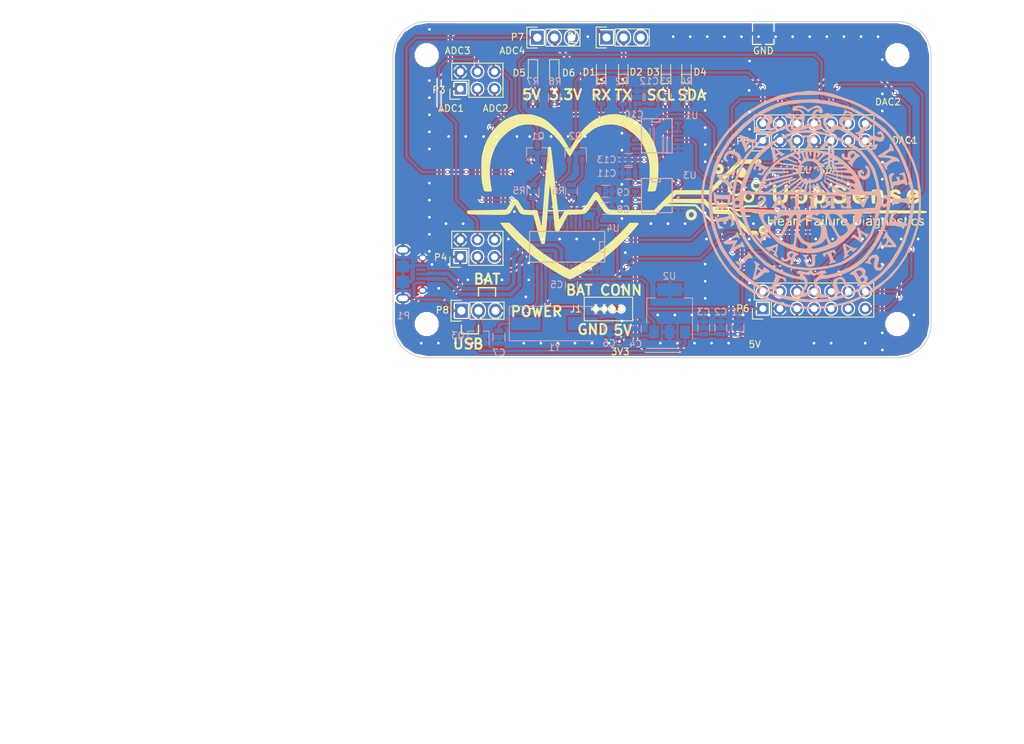
<source format=kicad_pcb>
(kicad_pcb (version 4) (host pcbnew 4.0.6-e0-6349~52~ubuntu17.04.1)
  (title_block (title "Backplane UppSense 2017") (date 2017-07-05) (rev v0.1) (company "UppSense Heart Failure Diagnostics"))
  (layers (0 F.Cu signal) (31 B.Cu signal) (34 B.Paste user) (35 F.Paste user) (36 B.SilkS user) (37 F.SilkS user) (38 B.Mask user) (39 F.Mask user) (44 Edge.Cuts user))
  (net 0 "")
  (net 1 GND)
  (net 2 ADC1)
  (net 3 ADC2)
  (net 4 DAC1)
  (net 5 ADC3)
  (net 6 DAC2)
  (net 7 GPIO1)
  (net 8 GPIO2)
  (net 9 I2C_SCL)
  (net 10 GPIO3)
  (net 11 I2C_SDA)
  (net 12 GPIO4)
  (net 13 UART_TX)
  (net 14 5V)
  (net 15 ADC4)
  (net 16 GPIO0)
  (net 17 UART_RX)
  (net 18 nRST)
  (net 19 3.3V)
  (net 20 "Net-(C6-Pad1)")
  (net 21 "Net-(C7-Pad1)")
  (net 22 LED_5V)
  (net 23 "Net-(D5-Pad2)")
  (net 24 "Net-(D6-Pad2)")
  (net 25 D-)
  (net 26 D+)
  (net 27 LED_3.3V)
  (net 28 "Net-(Q1-Pad1)")
  (net 29 RTS)
  (net 30 "Net-(Q2-Pad1)")
  (net 31 DTR)
  (net 32 "Net-(R1-Pad2)")
  (net 33 "Net-(R2-Pad2)")
  (net 34 "Net-(R3-Pad2)")
  (net 35 "Net-(R4-Pad2)")
  (net 36 "Net-(D1-Pad1)")
  (net 37 "Net-(D2-Pad1)")
  (net 38 "Net-(D3-Pad1)")
  (net 39 "Net-(D4-Pad1)")
  (net 40 5V_BATT)
  (net 41 5V_USB)
  (net 42 "Net-(P8-Pad2)")
  (net 43 "Net-(R9-Pad1)")
  (net 44 "Net-(R10-Pad1)")
  (module myVias:Stitchging-Via-0.4-0.7 (layer F.Cu) (at 134.2245 107.1796 90)
    (fp_text reference REF** hide)
    (fp_text value Stitching-Via-0.4-0.7 hide)
    (pad ~ thru_hole circle (at 0 0 90) (size 0.7 0.7) (drill 0.4) (layers *.Cu) (net 1 GND))
  )
  (module myVias:Stitchging-Via-0.4-0.7 (layer F.Cu) (at 121.2705 105.9096 90)
    (fp_text reference REF** hide)
    (fp_text value Stitching-Via-0.4-0.7 hide)
    (pad ~ thru_hole circle (at 0 0 90) (size 0.7 0.7) (drill 0.4) (layers *.Cu) (net 1 GND))
  )
  (module myVias:Stitchging-Via-0.4-0.7 (layer F.Cu) (at 134.669 104.665 180)
    (fp_text reference REF** hide)
    (fp_text value Stitching-Via-0.4-0.7 hide)
    (pad ~ thru_hole circle (at 0 0 180) (size 0.7 0.7) (drill 0.4) (layers *.Cu) (net 1 GND))
  )
  (module myVias:Stitchging-Via-0.4-0.7 (layer F.Cu) (at 134.669 102.125 180)
    (fp_text reference REF** hide)
    (fp_text value Stitching-Via-0.4-0.7 hide)
    (pad ~ thru_hole circle (at 0 0 180) (size 0.7 0.7) (drill 0.4) (layers *.Cu) (net 1 GND))
  )
  (module myVias:Stitchging-Via-0.4-0.7 (layer F.Cu) (at 122.7945 102.3536 90)
    (fp_text reference REF** hide)
    (fp_text value Stitching-Via-0.4-0.7 hide)
    (pad ~ thru_hole circle (at 0 0 90) (size 0.7 0.7) (drill 0.4) (layers *.Cu) (net 1 GND))
  )
  (module myVias:Stitchging-Via-0.4-0.7 (layer F.Cu) (at 120.2545 102.3536 90)
    (fp_text reference REF** hide)
    (fp_text value Stitching-Via-0.4-0.7 hide)
    (pad ~ thru_hole circle (at 0 0 90) (size 0.7 0.7) (drill 0.4) (layers *.Cu) (net 1 GND))
  )
  (module myVias:Stitchging-Via-0.4-0.7 (layer F.Cu) (at 125.5885 104.6396 90)
    (fp_text reference REF** hide)
    (fp_text value Stitching-Via-0.4-0.7 hide)
    (pad ~ thru_hole circle (at 0 0 90) (size 0.7 0.7) (drill 0.4) (layers *.Cu) (net 1 GND))
  )
  (module myVias:Stitchging-Via-0.4-0.7 (layer F.Cu) (at 130.6685 104.6396 90)
    (fp_text reference REF** hide)
    (fp_text value Stitching-Via-0.4-0.7 hide)
    (pad ~ thru_hole circle (at 0 0 90) (size 0.7 0.7) (drill 0.4) (layers *.Cu) (net 1 GND))
  )
  (module myVias:Stitchging-Via-0.4-0.7 (layer F.Cu) (at 128.1285 104.6396 90)
    (fp_text reference REF** hide)
    (fp_text value Stitching-Via-0.4-0.7 hide)
    (pad ~ thru_hole circle (at 0 0 90) (size 0.7 0.7) (drill 0.4) (layers *.Cu) (net 1 GND))
  )
  (module myVias:Stitchging-Via-0.4-0.7 (layer F.Cu) (at 154.227 114.063 90)
    (fp_text reference REF** hide)
    (fp_text value Stitching-Via-0.4-0.7 hide)
    (pad ~ thru_hole circle (at 0 0 90) (size 0.7 0.7) (drill 0.4) (layers *.Cu) (net 1 GND))
  )
  (module myVias:Stitchging-Via-0.4-0.7 (layer F.Cu) (at 179.627 114.063 90)
    (fp_text reference REF** hide)
    (fp_text value Stitching-Via-0.4-0.7 hide)
    (pad ~ thru_hole circle (at 0 0 90) (size 0.7 0.7) (drill 0.4) (layers *.Cu) (net 1 GND))
  )
  (module myVias:Stitchging-Via-0.4-0.7 (layer F.Cu) (at 159.307 114.063 90)
    (fp_text reference REF** hide)
    (fp_text value Stitching-Via-0.4-0.7 hide)
    (pad ~ thru_hole circle (at 0 0 90) (size 0.7 0.7) (drill 0.4) (layers *.Cu) (net 1 GND))
  )
  (module myVias:Stitchging-Via-0.4-0.7 (layer F.Cu) (at 156.767 114.063 90)
    (fp_text reference REF** hide)
    (fp_text value Stitching-Via-0.4-0.7 hide)
    (pad ~ thru_hole circle (at 0 0 90) (size 0.7 0.7) (drill 0.4) (layers *.Cu) (net 1 GND))
  )
  (module myVias:Stitchging-Via-0.4-0.7 (layer F.Cu) (at 177.087 114.063 90)
    (fp_text reference REF** hide)
    (fp_text value Stitching-Via-0.4-0.7 hide)
    (pad ~ thru_hole circle (at 0 0 90) (size 0.7 0.7) (drill 0.4) (layers *.Cu) (net 1 GND))
  )
  (module myVias:Stitchging-Via-0.4-0.7 (layer F.Cu) (at 184.707 114.063 90)
    (fp_text reference REF** hide)
    (fp_text value Stitching-Via-0.4-0.7 hide)
    (pad ~ thru_hole circle (at 0 0 90) (size 0.7 0.7) (drill 0.4) (layers *.Cu) (net 1 GND))
  )
  (module myVias:Stitchging-Via-0.4-0.7 (layer F.Cu) (at 164.387 114.063 90)
    (fp_text reference REF** hide)
    (fp_text value Stitching-Via-0.4-0.7 hide)
    (pad ~ thru_hole circle (at 0 0 90) (size 0.7 0.7) (drill 0.4) (layers *.Cu) (net 1 GND))
  )
  (module myVias:Stitchging-Via-0.4-0.7 (layer F.Cu) (at 161.847 114.063 90)
    (fp_text reference REF** hide)
    (fp_text value Stitching-Via-0.4-0.7 hide)
    (pad ~ thru_hole circle (at 0 0 90) (size 0.7 0.7) (drill 0.4) (layers *.Cu) (net 1 GND))
  )
  (module myVias:Stitchging-Via-0.4-0.7 (layer F.Cu) (at 141.527 114.063 90)
    (fp_text reference REF** hide)
    (fp_text value Stitching-Via-0.4-0.7 hide)
    (pad ~ thru_hole circle (at 0 0 90) (size 0.7 0.7) (drill 0.4) (layers *.Cu) (net 1 GND))
  )
  (module myVias:Stitchging-Via-0.4-0.7 (layer F.Cu) (at 121.207 114.063 90)
    (fp_text reference REF** hide)
    (fp_text value Stitching-Via-0.4-0.7 hide)
    (pad ~ thru_hole circle (at 0 0 90) (size 0.7 0.7) (drill 0.4) (layers *.Cu) (net 1 GND))
  )
  (module myVias:Stitchging-Via-0.4-0.7 (layer F.Cu) (at 123.747 114.063 90)
    (fp_text reference REF** hide)
    (fp_text value Stitching-Via-0.4-0.7 hide)
    (pad ~ thru_hole circle (at 0 0 90) (size 0.7 0.7) (drill 0.4) (layers *.Cu) (net 1 GND))
  )
  (module myVias:Stitchging-Via-0.4-0.7 (layer F.Cu) (at 144.067 114.063 90)
    (fp_text reference REF** hide)
    (fp_text value Stitching-Via-0.4-0.7 hide)
    (pad ~ thru_hole circle (at 0 0 90) (size 0.7 0.7) (drill 0.4) (layers *.Cu) (net 1 GND))
  )
  (module myVias:Stitchging-Via-0.4-0.7 (layer F.Cu) (at 146.607 114.063 90)
    (fp_text reference REF** hide)
    (fp_text value Stitching-Via-0.4-0.7 hide)
    (pad ~ thru_hole circle (at 0 0 90) (size 0.7 0.7) (drill 0.4) (layers *.Cu) (net 1 GND))
  )
  (module myVias:Stitchging-Via-0.4-0.7 (layer F.Cu) (at 136.447 114.063 90)
    (fp_text reference REF** hide)
    (fp_text value Stitching-Via-0.4-0.7 hide)
    (pad ~ thru_hole circle (at 0 0 90) (size 0.7 0.7) (drill 0.4) (layers *.Cu) (net 1 GND))
  )
  (module myVias:Stitchging-Via-0.4-0.7 (layer F.Cu) (at 118.667 114.063 90)
    (fp_text reference REF** hide)
    (fp_text value Stitching-Via-0.4-0.7 hide)
    (pad ~ thru_hole circle (at 0 0 90) (size 0.7 0.7) (drill 0.4) (layers *.Cu) (net 1 GND))
  )
  (module myVias:Stitchging-Via-0.4-0.7 (layer F.Cu) (at 138.987 114.063 90)
    (fp_text reference REF** hide)
    (fp_text value Stitching-Via-0.4-0.7 hide)
    (pad ~ thru_hole circle (at 0 0 90) (size 0.7 0.7) (drill 0.4) (layers *.Cu) (net 1 GND))
  )
  (module myVias:Stitchging-Via-0.4-0.7 (layer F.Cu) (at 133.907 114.063 90)
    (fp_text reference REF** hide)
    (fp_text value Stitching-Via-0.4-0.7 hide)
    (pad ~ thru_hole circle (at 0 0 90) (size 0.7 0.7) (drill 0.4) (layers *.Cu) (net 1 GND))
  )
  (module myVias:Stitchging-Via-0.4-0.7 (layer F.Cu) (at 167.435 76.471 180)
    (fp_text reference REF** hide)
    (fp_text value Stitching-Via-0.4-0.7 hide)
    (pad ~ thru_hole circle (at 0 0 180) (size 0.7 0.7) (drill 0.4) (layers *.Cu) (net 1 GND))
  )
  (module myVias:Stitchging-Via-0.4-0.7 (layer F.Cu) (at 167.4985 72.0895 180)
    (fp_text reference REF** hide)
    (fp_text value Stitching-Via-0.4-0.7 hide)
    (pad ~ thru_hole circle (at 0 0 180) (size 0.7 0.7) (drill 0.4) (layers *.Cu) (net 1 GND))
  )
  (module myVias:Stitchging-Via-0.4-0.7 (layer F.Cu) (at 167.4985 107.6495 180)
    (fp_text reference REF** hide)
    (fp_text value Stitching-Via-0.4-0.7 hide)
    (pad ~ thru_hole circle (at 0 0 180) (size 0.7 0.7) (drill 0.4) (layers *.Cu) (net 1 GND))
  )
  (module myVias:Stitchging-Via-0.4-0.7 (layer F.Cu) (at 167.4985 105.1095 180)
    (fp_text reference REF** hide)
    (fp_text value Stitching-Via-0.4-0.7 hide)
    (pad ~ thru_hole circle (at 0 0 180) (size 0.7 0.7) (drill 0.4) (layers *.Cu) (net 1 GND))
  )
  (module myVias:Stitchging-Via-0.4-0.7 (layer F.Cu) (at 167.4985 84.7895 180)
    (fp_text reference REF** hide)
    (fp_text value Stitching-Via-0.4-0.7 hide)
    (pad ~ thru_hole circle (at 0 0 180) (size 0.7 0.7) (drill 0.4) (layers *.Cu) (net 1 GND))
  )
  (module myVias:Stitchging-Via-0.4-0.7 (layer F.Cu) (at 167.4985 79.7095 180)
    (fp_text reference REF** hide)
    (fp_text value Stitching-Via-0.4-0.7 hide)
    (pad ~ thru_hole circle (at 0 0 180) (size 0.7 0.7) (drill 0.4) (layers *.Cu) (net 1 GND))
  )
  (module myVias:Stitchging-Via-0.4-0.7 (layer F.Cu) (at 167.4985 82.2495 180)
    (fp_text reference REF** hide)
    (fp_text value Stitching-Via-0.4-0.7 hide)
    (pad ~ thru_hole circle (at 0 0 180) (size 0.7 0.7) (drill 0.4) (layers *.Cu) (net 1 GND))
  )
  (module myVias:Stitchging-Via-0.4-0.7 (layer F.Cu) (at 148.512 105.681 180)
    (fp_text reference REF** hide)
    (fp_text value Stitching-Via-0.4-0.7 hide)
    (pad ~ thru_hole circle (at 0 0 180) (size 0.7 0.7) (drill 0.4) (layers *.Cu) (net 1 GND))
  )
  (module myVias:Stitchging-Via-0.4-0.7 (layer F.Cu) (at 148.512 85.361 180)
    (fp_text reference REF** hide)
    (fp_text value Stitching-Via-0.4-0.7 hide)
    (pad ~ thru_hole circle (at 0 0 180) (size 0.7 0.7) (drill 0.4) (layers *.Cu) (net 1 GND))
  )
  (module myVias:Stitchging-Via-0.4-0.7 (layer F.Cu) (at 149.02 100.601 180)
    (fp_text reference REF** hide)
    (fp_text value Stitching-Via-0.4-0.7 hide)
    (pad ~ thru_hole circle (at 0 0 180) (size 0.7 0.7) (drill 0.4) (layers *.Cu) (net 1 GND))
  )
  (module myVias:Stitchging-Via-0.4-0.7 (layer F.Cu) (at 148.512 82.821 180)
    (fp_text reference REF** hide)
    (fp_text value Stitching-Via-0.4-0.7 hide)
    (pad ~ thru_hole circle (at 0 0 180) (size 0.7 0.7) (drill 0.4) (layers *.Cu) (net 1 GND))
  )
  (module myVias:Stitchging-Via-0.4-0.7 (layer F.Cu) (at 148.512 92.981 180)
    (fp_text reference REF** hide)
    (fp_text value Stitching-Via-0.4-0.7 hide)
    (pad ~ thru_hole circle (at 0 0 180) (size 0.7 0.7) (drill 0.4) (layers *.Cu) (net 1 GND))
  )
  (module myVias:Stitchging-Via-0.4-0.7 (layer F.Cu) (at 148.512 110.761 180)
    (fp_text reference REF** hide)
    (fp_text value Stitching-Via-0.4-0.7 hide)
    (pad ~ thru_hole circle (at 0 0 180) (size 0.7 0.7) (drill 0.4) (layers *.Cu) (net 1 GND))
  )
  (module myVias:Stitchging-Via-0.4-0.7 (layer F.Cu) (at 148.512 90.441 180)
    (fp_text reference REF** hide)
    (fp_text value Stitching-Via-0.4-0.7 hide)
    (pad ~ thru_hole circle (at 0 0 180) (size 0.7 0.7) (drill 0.4) (layers *.Cu) (net 1 GND))
  )
  (module myVias:Stitchging-Via-0.4-0.7 (layer F.Cu) (at 148.512 95.521 180)
    (fp_text reference REF** hide)
    (fp_text value Stitching-Via-0.4-0.7 hide)
    (pad ~ thru_hole circle (at 0 0 180) (size 0.7 0.7) (drill 0.4) (layers *.Cu) (net 1 GND))
  )
  (module myVias:Stitchging-Via-0.4-0.7 (layer F.Cu) (at 187.247 71.899 180)
    (fp_text reference REF** hide)
    (fp_text value Stitching-Via-0.4-0.7 hide)
    (pad ~ thru_hole circle (at 0 0 180) (size 0.7 0.7) (drill 0.4) (layers *.Cu) (net 1 GND))
  )
  (module myVias:Stitchging-Via-0.4-0.7 (layer F.Cu) (at 187.247 102.379 180)
    (fp_text reference REF** hide)
    (fp_text value Stitching-Via-0.4-0.7 hide)
    (pad ~ thru_hole circle (at 0 0 180) (size 0.7 0.7) (drill 0.4) (layers *.Cu) (net 1 GND))
  )
  (module myVias:Stitchging-Via-0.4-0.7 (layer F.Cu) (at 187.247 76.979 180)
    (fp_text reference REF** hide)
    (fp_text value Stitching-Via-0.4-0.7 hide)
    (pad ~ thru_hole circle (at 0 0 180) (size 0.7 0.7) (drill 0.4) (layers *.Cu) (net 1 GND))
  )
  (module myVias:Stitchging-Via-0.4-0.7 (layer F.Cu) (at 187.247 99.839 180)
    (fp_text reference REF** hide)
    (fp_text value Stitching-Via-0.4-0.7 hide)
    (pad ~ thru_hole circle (at 0 0 180) (size 0.7 0.7) (drill 0.4) (layers *.Cu) (net 1 GND))
  )
  (module myVias:Stitchging-Via-0.4-0.7 (layer F.Cu) (at 187.247 79.519 180)
    (fp_text reference REF** hide)
    (fp_text value Stitching-Via-0.4-0.7 hide)
    (pad ~ thru_hole circle (at 0 0 180) (size 0.7 0.7) (drill 0.4) (layers *.Cu) (net 1 GND))
  )
  (module myVias:Stitchging-Via-0.4-0.7 (layer F.Cu) (at 187.247 89.679 180)
    (fp_text reference REF** hide)
    (fp_text value Stitching-Via-0.4-0.7 hide)
    (pad ~ thru_hole circle (at 0 0 180) (size 0.7 0.7) (drill 0.4) (layers *.Cu) (net 1 GND))
  )
  (module myVias:Stitchging-Via-0.4-0.7 (layer F.Cu) (at 187.247 87.139 180)
    (fp_text reference REF** hide)
    (fp_text value Stitching-Via-0.4-0.7 hide)
    (pad ~ thru_hole circle (at 0 0 180) (size 0.7 0.7) (drill 0.4) (layers *.Cu) (net 1 GND))
  )
  (module myVias:Stitchging-Via-0.4-0.7 (layer F.Cu) (at 187.247 92.219 180)
    (fp_text reference REF** hide)
    (fp_text value Stitching-Via-0.4-0.7 hide)
    (pad ~ thru_hole circle (at 0 0 180) (size 0.7 0.7) (drill 0.4) (layers *.Cu) (net 1 GND))
  )
  (module myVias:Stitchging-Via-0.4-0.7 (layer F.Cu) (at 187.247 112.539 180)
    (fp_text reference REF** hide)
    (fp_text value Stitching-Via-0.4-0.7 hide)
    (pad ~ thru_hole circle (at 0 0 180) (size 0.7 0.7) (drill 0.4) (layers *.Cu) (net 1 GND))
  )
  (module myVias:Stitchging-Via-0.4-0.7 (layer F.Cu) (at 187.247 115.079 180)
    (fp_text reference REF** hide)
    (fp_text value Stitching-Via-0.4-0.7 hide)
    (pad ~ thru_hole circle (at 0 0 180) (size 0.7 0.7) (drill 0.4) (layers *.Cu) (net 1 GND))
  )
  (module myVias:Stitchging-Via-0.4-0.7 (layer F.Cu) (at 187.247 95.521 180)
    (fp_text reference REF** hide)
    (fp_text value Stitching-Via-0.4-0.7 hide)
    (pad ~ thru_hole circle (at 0 0 180) (size 0.7 0.7) (drill 0.4) (layers *.Cu) (net 1 GND))
  )
  (module myVias:Stitchging-Via-0.4-0.7 (layer F.Cu) (at 177.341 98.569 90)
    (fp_text reference REF** hide)
    (fp_text value Stitching-Via-0.4-0.7 hide)
    (pad ~ thru_hole circle (at 0 0 90) (size 0.7 0.7) (drill 0.4) (layers *.Cu) (net 1 GND))
  )
  (module myVias:Stitchging-Via-0.4-0.7 (layer F.Cu) (at 179.881 98.569 90)
    (fp_text reference REF** hide)
    (fp_text value Stitching-Via-0.4-0.7 hide)
    (pad ~ thru_hole circle (at 0 0 90) (size 0.7 0.7) (drill 0.4) (layers *.Cu) (net 1 GND))
  )
  (module myVias:Stitchging-Via-0.4-0.7 (layer F.Cu) (at 184.326 98.569 90)
    (fp_text reference REF** hide)
    (fp_text value Stitching-Via-0.4-0.7 hide)
    (pad ~ thru_hole circle (at 0 0 90) (size 0.7 0.7) (drill 0.4) (layers *.Cu) (net 1 GND))
  )
  (module myVias:Stitchging-Via-0.4-0.7 (layer F.Cu) (at 164.641 98.569 90)
    (fp_text reference REF** hide)
    (fp_text value Stitching-Via-0.4-0.7 hide)
    (pad ~ thru_hole circle (at 0 0 90) (size 0.7 0.7) (drill 0.4) (layers *.Cu) (net 1 GND))
  )
  (module myVias:Stitchging-Via-0.4-0.7 (layer F.Cu) (at 161.085 98.569 90)
    (fp_text reference REF** hide)
    (fp_text value Stitching-Via-0.4-0.7 hide)
    (pad ~ thru_hole circle (at 0 0 90) (size 0.7 0.7) (drill 0.4) (layers *.Cu) (net 1 GND))
  )
  (module myVias:Stitchging-Via-0.4-0.7 (layer F.Cu) (at 192.581 98.569 90)
    (fp_text reference REF** hide)
    (fp_text value Stitching-Via-0.4-0.7 hide)
    (pad ~ thru_hole circle (at 0 0 90) (size 0.7 0.7) (drill 0.4) (layers *.Cu) (net 1 GND))
  )
  (module myVias:Stitchging-Via-0.4-0.7 (layer F.Cu) (at 172.261 98.569 90)
    (fp_text reference REF** hide)
    (fp_text value Stitching-Via-0.4-0.7 hide)
    (pad ~ thru_hole circle (at 0 0 90) (size 0.7 0.7) (drill 0.4) (layers *.Cu) (net 1 GND))
  )
  (module myVias:Stitchging-Via-0.4-0.7 (layer F.Cu) (at 190.041 98.569 90)
    (fp_text reference REF** hide)
    (fp_text value Stitching-Via-0.4-0.7 hide)
    (pad ~ thru_hole circle (at 0 0 90) (size 0.7 0.7) (drill 0.4) (layers *.Cu) (net 1 GND))
  )
  (module myVias:Stitchging-Via-0.4-0.7 (layer F.Cu) (at 169.721 98.569 90)
    (fp_text reference REF** hide)
    (fp_text value Stitching-Via-0.4-0.7 hide)
    (pad ~ thru_hole circle (at 0 0 90) (size 0.7 0.7) (drill 0.4) (layers *.Cu) (net 1 GND))
  )
  (module myVias:Stitchging-Via-0.4-0.7 (layer F.Cu) (at 167.435 98.569 90)
    (fp_text reference REF** hide)
    (fp_text value Stitching-Via-0.4-0.7 hide)
    (pad ~ thru_hole circle (at 0 0 90) (size 0.7 0.7) (drill 0.4) (layers *.Cu) (net 1 GND))
  )
  (module myVias:Stitchging-Via-0.4-0.7 (layer F.Cu) (at 132.51 94.505 90)
    (fp_text reference REF** hide)
    (fp_text value Stitching-Via-0.4-0.7 hide)
    (pad ~ thru_hole circle (at 0 0 90) (size 0.7 0.7) (drill 0.4) (layers *.Cu) (net 1 GND))
  )
  (module myVias:Stitchging-Via-0.4-0.7 (layer F.Cu) (at 131.621 98.569 90)
    (fp_text reference REF** hide)
    (fp_text value Stitching-Via-0.4-0.7 hide)
    (pad ~ thru_hole circle (at 0 0 90) (size 0.7 0.7) (drill 0.4) (layers *.Cu) (net 1 GND))
  )
  (module myVias:Stitchging-Via-0.4-0.7 (layer F.Cu) (at 141.781 98.569 90)
    (fp_text reference REF** hide)
    (fp_text value Stitching-Via-0.4-0.7 hide)
    (pad ~ thru_hole circle (at 0 0 90) (size 0.7 0.7) (drill 0.4) (layers *.Cu) (net 1 GND))
  )
  (module myVias:Stitchging-Via-0.4-0.7 (layer F.Cu) (at 144.321 98.569 90)
    (fp_text reference REF** hide)
    (fp_text value Stitching-Via-0.4-0.7 hide)
    (pad ~ thru_hole circle (at 0 0 90) (size 0.7 0.7) (drill 0.4) (layers *.Cu) (net 1 GND))
  )
  (module myVias:Stitchging-Via-0.4-0.7 (layer F.Cu) (at 139.241 98.569 90)
    (fp_text reference REF** hide)
    (fp_text value Stitching-Via-0.4-0.7 hide)
    (pad ~ thru_hole circle (at 0 0 90) (size 0.7 0.7) (drill 0.4) (layers *.Cu) (net 1 GND))
  )
  (module myVias:Stitchging-Via-0.4-0.7 (layer F.Cu) (at 136.701 98.569 90)
    (fp_text reference REF** hide)
    (fp_text value Stitching-Via-0.4-0.7 hide)
    (pad ~ thru_hole circle (at 0 0 90) (size 0.7 0.7) (drill 0.4) (layers *.Cu) (net 1 GND))
  )
  (module myPics:uppsense_logo (layer F.Cu) (at 159.434 92.092)
    (fp_text reference G*** hide)
    (fp_text value LOGO hide)
  )
  (module myVias:Stitchging-Via-0.4-0.7 (layer F.Cu) (at 127.938 83.329 90)
    (fp_text reference REF** hide)
    (fp_text value Stitching-Via-0.4-0.7 hide)
    (pad ~ thru_hole circle (at 0 0 90) (size 0.7 0.7) (drill 0.4) (layers *.Cu) (net 1 GND))
  )
  (module myVias:Stitchging-Via-0.4-0.7 (layer F.Cu) (at 129.843 83.329 90)
    (fp_text reference REF** hide)
    (fp_text value Stitching-Via-0.4-0.7 hide)
    (pad ~ thru_hole circle (at 0 0 90) (size 0.7 0.7) (drill 0.4) (layers *.Cu) (net 1 GND))
  )
  (module myVias:Stitchging-Via-0.4-0.7 (layer F.Cu) (at 134.796 83.329 90)
    (fp_text reference REF** hide)
    (fp_text value Stitching-Via-0.4-0.7 hide)
    (pad ~ thru_hole circle (at 0 0 90) (size 0.7 0.7) (drill 0.4) (layers *.Cu) (net 1 GND))
  )
  (module myVias:Stitchging-Via-0.4-0.7 (layer F.Cu) (at 132.891 83.329 90)
    (fp_text reference REF** hide)
    (fp_text value Stitching-Via-0.4-0.7 hide)
    (pad ~ thru_hole circle (at 0 0 90) (size 0.7 0.7) (drill 0.4) (layers *.Cu) (net 1 GND))
  )
  (module myVias:Stitchging-Via-0.4-0.7 (layer F.Cu) (at 143.051 83.329 90)
    (fp_text reference REF** hide)
    (fp_text value Stitching-Via-0.4-0.7 hide)
    (pad ~ thru_hole circle (at 0 0 90) (size 0.7 0.7) (drill 0.4) (layers *.Cu) (net 1 GND))
  )
  (module myVias:Stitchging-Via-0.4-0.7 (layer F.Cu) (at 140.511 83.329 90)
    (fp_text reference REF** hide)
    (fp_text value Stitching-Via-0.4-0.7 hide)
    (pad ~ thru_hole circle (at 0 0 90) (size 0.7 0.7) (drill 0.4) (layers *.Cu) (net 1 GND))
  )
  (module myVias:Stitchging-Via-0.4-0.7 (layer F.Cu) (at 137.971 83.329 90)
    (fp_text reference REF** hide)
    (fp_text value Stitching-Via-0.4-0.7 hide)
    (pad ~ thru_hole circle (at 0 0 90) (size 0.7 0.7) (drill 0.4) (layers *.Cu) (net 1 GND))
  )
  (module myVias:Stitchging-Via-0.4-0.7 (layer F.Cu) (at 125.271 83.329 90)
    (fp_text reference REF** hide)
    (fp_text value Stitching-Via-0.4-0.7 hide)
    (pad ~ thru_hole circle (at 0 0 90) (size 0.7 0.7) (drill 0.4) (layers *.Cu) (net 1 GND))
  )
  (module myVias:Stitchging-Via-0.4-0.7 (layer F.Cu) (at 122.731 83.329 90)
    (fp_text reference REF** hide)
    (fp_text value Stitching-Via-0.4-0.7 hide)
    (pad ~ thru_hole circle (at 0 0 90) (size 0.7 0.7) (drill 0.4) (layers *.Cu) (net 1 GND))
  )
  (module myVias:Stitchging-Via-0.4-0.7 (layer F.Cu) (at 170.61 96.283 90)
    (fp_text reference REF** hide)
    (fp_text value Stitching-Via-0.4-0.7 hide)
    (pad ~ thru_hole circle (at 0 0 90) (size 0.7 0.7) (drill 0.4) (layers *.Cu) (net 1 GND))
  )
  (module myVias:Stitchging-Via-0.4-0.7 (layer F.Cu) (at 152.83 96.283 90)
    (fp_text reference REF** hide)
    (fp_text value Stitching-Via-0.4-0.7 hide)
    (pad ~ thru_hole circle (at 0 0 90) (size 0.7 0.7) (drill 0.4) (layers *.Cu) (net 1 GND))
  )
  (module myVias:Stitchging-Via-0.4-0.7 (layer F.Cu) (at 178.23 96.283 90)
    (fp_text reference REF** hide)
    (fp_text value Stitching-Via-0.4-0.7 hide)
    (pad ~ thru_hole circle (at 0 0 90) (size 0.7 0.7) (drill 0.4) (layers *.Cu) (net 1 GND))
  )
  (module myVias:Stitchging-Via-0.4-0.7 (layer F.Cu) (at 157.91 96.283 90)
    (fp_text reference REF** hide)
    (fp_text value Stitching-Via-0.4-0.7 hide)
    (pad ~ thru_hole circle (at 0 0 90) (size 0.7 0.7) (drill 0.4) (layers *.Cu) (net 1 GND))
  )
  (module myVias:Stitchging-Via-0.4-0.7 (layer F.Cu) (at 155.37 96.283 90)
    (fp_text reference REF** hide)
    (fp_text value Stitching-Via-0.4-0.7 hide)
    (pad ~ thru_hole circle (at 0 0 90) (size 0.7 0.7) (drill 0.4) (layers *.Cu) (net 1 GND))
  )
  (module myVias:Stitchging-Via-0.4-0.7 (layer F.Cu) (at 168.07 96.283 90)
    (fp_text reference REF** hide)
    (fp_text value Stitching-Via-0.4-0.7 hide)
    (pad ~ thru_hole circle (at 0 0 90) (size 0.7 0.7) (drill 0.4) (layers *.Cu) (net 1 GND))
  )
  (module myVias:Stitchging-Via-0.4-0.7 (layer F.Cu) (at 183.31 96.283 90)
    (fp_text reference REF** hide)
    (fp_text value Stitching-Via-0.4-0.7 hide)
    (pad ~ thru_hole circle (at 0 0 90) (size 0.7 0.7) (drill 0.4) (layers *.Cu) (net 1 GND))
  )
  (module myVias:Stitchging-Via-0.4-0.7 (layer F.Cu) (at 122.35 96.283 90)
    (fp_text reference REF** hide)
    (fp_text value Stitching-Via-0.4-0.7 hide)
    (pad ~ thru_hole circle (at 0 0 90) (size 0.7 0.7) (drill 0.4) (layers *.Cu) (net 1 GND))
  )
  (module myVias:Stitchging-Via-0.4-0.7 (layer F.Cu) (at 124.89 96.283 90)
    (fp_text reference REF** hide)
    (fp_text value Stitching-Via-0.4-0.7 hide)
    (pad ~ thru_hole circle (at 0 0 90) (size 0.7 0.7) (drill 0.4) (layers *.Cu) (net 1 GND))
  )
  (module myVias:Stitchging-Via-0.4-0.7 (layer F.Cu) (at 119.8735 67.3905 180)
    (fp_text reference REF** hide)
    (fp_text value Stitching-Via-0.4-0.7 hide)
    (pad ~ thru_hole circle (at 0 0 180) (size 0.7 0.7) (drill 0.4) (layers *.Cu) (net 1 GND))
  )
  (module myVias:Stitchging-Via-0.4-0.7 (layer F.Cu) (at 119.8735 85.1705 180)
    (fp_text reference REF** hide)
    (fp_text value Stitching-Via-0.4-0.7 hide)
    (pad ~ thru_hole circle (at 0 0 180) (size 0.7 0.7) (drill 0.4) (layers *.Cu) (net 1 GND))
  )
  (module myVias:Stitchging-Via-0.4-0.7 (layer F.Cu) (at 119.8735 80.0905 180)
    (fp_text reference REF** hide)
    (fp_text value Stitching-Via-0.4-0.7 hide)
    (pad ~ thru_hole circle (at 0 0 180) (size 0.7 0.7) (drill 0.4) (layers *.Cu) (net 1 GND))
  )
  (module myVias:Stitchging-Via-0.4-0.7 (layer F.Cu) (at 119.8735 82.6305 180)
    (fp_text reference REF** hide)
    (fp_text value Stitching-Via-0.4-0.7 hide)
    (pad ~ thru_hole circle (at 0 0 180) (size 0.7 0.7) (drill 0.4) (layers *.Cu) (net 1 GND))
  )
  (module myVias:Stitchging-Via-0.4-0.7 (layer F.Cu) (at 119.8735 75.0105 180)
    (fp_text reference REF** hide)
    (fp_text value Stitching-Via-0.4-0.7 hide)
    (pad ~ thru_hole circle (at 0 0 180) (size 0.7 0.7) (drill 0.4) (layers *.Cu) (net 1 GND))
  )
  (module myVias:Stitchging-Via-0.4-0.7 (layer F.Cu) (at 119.8735 77.5505 180)
    (fp_text reference REF** hide)
    (fp_text value Stitching-Via-0.4-0.7 hide)
    (pad ~ thru_hole circle (at 0 0 180) (size 0.7 0.7) (drill 0.4) (layers *.Cu) (net 1 GND))
  )
  (module myVias:Stitchging-Via-0.4-0.7 (layer F.Cu) (at 119.8735 97.8705 180)
    (fp_text reference REF** hide)
    (fp_text value Stitching-Via-0.4-0.7 hide)
    (pad ~ thru_hole circle (at 0 0 180) (size 0.7 0.7) (drill 0.4) (layers *.Cu) (net 1 GND))
  )
  (module myVias:Stitchging-Via-0.4-0.7 (layer F.Cu) (at 119.8735 95.3305 180)
    (fp_text reference REF** hide)
    (fp_text value Stitching-Via-0.4-0.7 hide)
    (pad ~ thru_hole circle (at 0 0 180) (size 0.7 0.7) (drill 0.4) (layers *.Cu) (net 1 GND))
  )
  (module myVias:Stitchging-Via-0.4-0.7 (layer F.Cu) (at 119.8735 90.2505 180)
    (fp_text reference REF** hide)
    (fp_text value Stitching-Via-0.4-0.7 hide)
    (pad ~ thru_hole circle (at 0 0 180) (size 0.7 0.7) (drill 0.4) (layers *.Cu) (net 1 GND))
  )
  (module myVias:Stitchging-Via-0.4-0.7 (layer F.Cu) (at 119.8735 92.7905 180)
    (fp_text reference REF** hide)
    (fp_text value Stitching-Via-0.4-0.7 hide)
    (pad ~ thru_hole circle (at 0 0 180) (size 0.7 0.7) (drill 0.4) (layers *.Cu) (net 1 GND))
  )
  (module myVias:Stitchging-Via-0.4-0.7 (layer F.Cu) (at 119.8735 100.4105 180)
    (fp_text reference REF** hide)
    (fp_text value Stitching-Via-0.4-0.7 hide)
    (pad ~ thru_hole circle (at 0 0 180) (size 0.7 0.7) (drill 0.4) (layers *.Cu) (net 1 GND))
  )
  (module myVias:Stitchging-Via-0.4-0.7 (layer F.Cu) (at 160.8945 84.5355 180)
    (fp_text reference REF** hide)
    (fp_text value Stitching-Via-0.4-0.7 hide)
    (pad ~ thru_hole circle (at 0 0 180) (size 0.7 0.7) (drill 0.4) (layers *.Cu) (net 1 GND))
  )
  (module myVias:Stitchging-Via-0.4-0.7 (layer F.Cu) (at 160.8945 104.8555 180)
    (fp_text reference REF** hide)
    (fp_text value Stitching-Via-0.4-0.7 hide)
    (pad ~ thru_hole circle (at 0 0 180) (size 0.7 0.7) (drill 0.4) (layers *.Cu) (net 1 GND))
  )
  (module myVias:Stitchging-Via-0.4-0.7 (layer F.Cu) (at 160.8945 102.3155 180)
    (fp_text reference REF** hide)
    (fp_text value Stitching-Via-0.4-0.7 hide)
    (pad ~ thru_hole circle (at 0 0 180) (size 0.7 0.7) (drill 0.4) (layers *.Cu) (net 1 GND))
  )
  (module myVias:Stitchging-Via-0.4-0.7 (layer F.Cu) (at 160.8945 81.9955 180)
    (fp_text reference REF** hide)
    (fp_text value Stitching-Via-0.4-0.7 hide)
    (pad ~ thru_hole circle (at 0 0 180) (size 0.7 0.7) (drill 0.4) (layers *.Cu) (net 1 GND))
  )
  (module myVias:Stitchging-Via-0.4-0.7 (layer F.Cu) (at 160.8945 76.9155 180)
    (fp_text reference REF** hide)
    (fp_text value Stitching-Via-0.4-0.7 hide)
    (pad ~ thru_hole circle (at 0 0 180) (size 0.7 0.7) (drill 0.4) (layers *.Cu) (net 1 GND))
  )
  (module myVias:Stitchging-Via-0.4-0.7 (layer F.Cu) (at 160.8945 79.4555 180)
    (fp_text reference REF** hide)
    (fp_text value Stitching-Via-0.4-0.7 hide)
    (pad ~ thru_hole circle (at 0 0 180) (size 0.7 0.7) (drill 0.4) (layers *.Cu) (net 1 GND))
  )
  (module myVias:Stitchging-Via-0.4-0.7 (layer F.Cu) (at 160.8945 107.3955 180)
    (fp_text reference REF** hide)
    (fp_text value Stitching-Via-0.4-0.7 hide)
    (pad ~ thru_hole circle (at 0 0 180) (size 0.7 0.7) (drill 0.4) (layers *.Cu) (net 1 GND))
  )
  (module myVias:Stitchging-Via-0.4-0.7 (layer F.Cu) (at 160.8945 87.0755 180)
    (fp_text reference REF** hide)
    (fp_text value Stitching-Via-0.4-0.7 hide)
    (pad ~ thru_hole circle (at 0 0 180) (size 0.7 0.7) (drill 0.4) (layers *.Cu) (net 1 GND))
  )
  (module myVias:Stitchging-Via-0.4-0.7 (layer F.Cu) (at 160.8945 94.6955 180)
    (fp_text reference REF** hide)
    (fp_text value Stitching-Via-0.4-0.7 hide)
    (pad ~ thru_hole circle (at 0 0 180) (size 0.7 0.7) (drill 0.4) (layers *.Cu) (net 1 GND))
  )
  (module myVias:Stitchging-Via-0.4-0.7 (layer F.Cu) (at 173.912 68.47 90)
    (fp_text reference REF** hide)
    (fp_text value Stitching-Via-0.4-0.7 hide)
    (pad ~ thru_hole circle (at 0 0 90) (size 0.7 0.7) (drill 0.4) (layers *.Cu) (net 1 GND))
  )
  (module myVias:Stitchging-Via-0.4-0.7 (layer F.Cu) (at 156.132 68.47 90)
    (fp_text reference REF** hide)
    (fp_text value Stitching-Via-0.4-0.7 hide)
    (pad ~ thru_hole circle (at 0 0 90) (size 0.7 0.7) (drill 0.4) (layers *.Cu) (net 1 GND))
  )
  (module myVias:Stitchging-Via-0.4-0.7 (layer F.Cu) (at 176.452 68.47 90)
    (fp_text reference REF** hide)
    (fp_text value Stitching-Via-0.4-0.7 hide)
    (pad ~ thru_hole circle (at 0 0 90) (size 0.7 0.7) (drill 0.4) (layers *.Cu) (net 1 GND))
  )
  (module myVias:Stitchging-Via-0.4-0.7 (layer F.Cu) (at 181.532 68.47 90)
    (fp_text reference REF** hide)
    (fp_text value Stitching-Via-0.4-0.7 hide)
    (pad ~ thru_hole circle (at 0 0 90) (size 0.7 0.7) (drill 0.4) (layers *.Cu) (net 1 GND))
  )
  (module myVias:Stitchging-Via-0.4-0.7 (layer F.Cu) (at 161.212 68.47 90)
    (fp_text reference REF** hide)
    (fp_text value Stitching-Via-0.4-0.7 hide)
    (pad ~ thru_hole circle (at 0 0 90) (size 0.7 0.7) (drill 0.4) (layers *.Cu) (net 1 GND))
  )
  (module myVias:Stitchging-Via-0.4-0.7 (layer F.Cu) (at 158.672 68.47 90)
    (fp_text reference REF** hide)
    (fp_text value Stitching-Via-0.4-0.7 hide)
    (pad ~ thru_hole circle (at 0 0 90) (size 0.7 0.7) (drill 0.4) (layers *.Cu) (net 1 GND))
  )
  (module myVias:Stitchging-Via-0.4-0.7 (layer F.Cu) (at 178.992 68.47 90)
    (fp_text reference REF** hide)
    (fp_text value Stitching-Via-0.4-0.7 hide)
    (pad ~ thru_hole circle (at 0 0 90) (size 0.7 0.7) (drill 0.4) (layers *.Cu) (net 1 GND))
  )
  (module myVias:Stitchging-Via-0.4-0.7 (layer F.Cu) (at 168.832 68.47 90)
    (fp_text reference REF** hide)
    (fp_text value Stitching-Via-0.4-0.7 hide)
    (pad ~ thru_hole circle (at 0 0 90) (size 0.7 0.7) (drill 0.4) (layers *.Cu) (net 1 GND))
  )
  (module myVias:Stitchging-Via-0.4-0.7 (layer F.Cu) (at 171.372 68.47 90)
    (fp_text reference REF** hide)
    (fp_text value Stitching-Via-0.4-0.7 hide)
    (pad ~ thru_hole circle (at 0 0 90) (size 0.7 0.7) (drill 0.4) (layers *.Cu) (net 1 GND))
  )
  (module myVias:Stitchging-Via-0.4-0.7 (layer F.Cu) (at 186.612 68.47 90)
    (fp_text reference REF** hide)
    (fp_text value Stitching-Via-0.4-0.7 hide)
    (pad ~ thru_hole circle (at 0 0 90) (size 0.7 0.7) (drill 0.4) (layers *.Cu) (net 1 GND))
  )
  (module myVias:Stitchging-Via-0.4-0.7 (layer F.Cu) (at 166.292 68.47 90)
    (fp_text reference REF** hide)
    (fp_text value Stitching-Via-0.4-0.7 hide)
    (pad ~ thru_hole circle (at 0 0 90) (size 0.7 0.7) (drill 0.4) (layers *.Cu) (net 1 GND))
  )
  (module myVias:Stitchging-Via-0.4-0.7 (layer F.Cu) (at 163.752 68.47 90)
    (fp_text reference REF** hide)
    (fp_text value Stitching-Via-0.4-0.7 hide)
    (pad ~ thru_hole circle (at 0 0 90) (size 0.7 0.7) (drill 0.4) (layers *.Cu) (net 1 GND))
  )
  (module myVias:Stitchging-Via-0.4-0.7 (layer F.Cu) (at 184.072 68.47 90)
    (fp_text reference REF** hide)
    (fp_text value Stitching-Via-0.4-0.7 hide)
    (pad ~ thru_hole circle (at 0 0 90) (size 0.7 0.7) (drill 0.4) (layers *.Cu) (net 1 GND))
  )
  (module myVias:Stitchging-Via-0.4-0.7 (layer F.Cu) (at 143.432 68.47 90)
    (fp_text reference REF** hide)
    (fp_text value Stitching-Via-0.4-0.7 hide)
    (pad ~ thru_hole circle (at 0 0 90) (size 0.7 0.7) (drill 0.4) (layers *.Cu) (net 1 GND))
  )
  (module myVias:Stitchging-Via-0.4-0.7 (layer F.Cu) (at 153.846 109.872 90)
    (fp_text reference REF** hide)
    (fp_text value Stitching-Via-0.4-0.7 hide)
    (pad ~ thru_hole circle (at 0 0 90) (size 0.7 0.7) (drill 0.4) (layers *.Cu) (net 1 GND))
  )
  (module myVias:Stitchging-Via-0.4-0.7 (layer F.Cu) (at 156.386 109.872 90)
    (fp_text reference REF** hide)
    (fp_text value Stitching-Via-0.4-0.7 hide)
    (pad ~ thru_hole circle (at 0 0 90) (size 0.7 0.7) (drill 0.4) (layers *.Cu) (net 1 GND))
  )
  (module myVias:Stitchging-Via-0.4-0.7 (layer F.Cu) (at 161.466 109.872 90)
    (fp_text reference REF** hide)
    (fp_text value Stitching-Via-0.4-0.7 hide)
    (pad ~ thru_hole circle (at 0 0 90) (size 0.7 0.7) (drill 0.4) (layers *.Cu) (net 1 GND))
  )
  (module myVias:Stitchging-Via-0.4-0.7 (layer F.Cu) (at 158.926 109.872 90)
    (fp_text reference REF** hide)
    (fp_text value Stitching-Via-0.4-0.7 hide)
    (pad ~ thru_hole circle (at 0 0 90) (size 0.7 0.7) (drill 0.4) (layers *.Cu) (net 1 GND))
  )
  (module myVias:Stitchging-Via-0.4-0.7 (layer F.Cu) (at 191.946 109.872 90)
    (fp_text reference REF** hide)
    (fp_text value Stitching-Via-0.4-0.7 hide)
    (pad ~ thru_hole circle (at 0 0 90) (size 0.7 0.7) (drill 0.4) (layers *.Cu) (net 1 GND))
  )
  (module myVias:Stitchging-Via-0.4-0.7 (layer F.Cu) (at 166.546 109.872 90)
    (fp_text reference REF** hide)
    (fp_text value Stitching-Via-0.4-0.7 hide)
    (pad ~ thru_hole circle (at 0 0 90) (size 0.7 0.7) (drill 0.4) (layers *.Cu) (net 1 GND))
  )
  (module myVias:Stitchging-Via-0.4-0.7 (layer F.Cu) (at 138.606 109.872 90)
    (fp_text reference REF** hide)
    (fp_text value Stitching-Via-0.4-0.7 hide)
    (pad ~ thru_hole circle (at 0 0 90) (size 0.7 0.7) (drill 0.4) (layers *.Cu) (net 1 GND))
  )
  (module myPics:uu_logo (layer B.Cu) (at 176.657 92.785 180)
    (fp_text reference G*** hide)
    (fp_text value LOGO hide)
  )
  (module myTestPoints:TP_SMD_quadr_1mm (layer F.Cu) (at 184.912 78.18)
    (fp_text reference DAC2 (at 3.175 0) (layer F.SilkS))
    (fp_text value TEST)
    (pad 1 smd rect (at 0 0) (size 1 1) (layers F.Cu F.Paste F.Mask) (net 6 DAC2))
  )
  (module myTestPoints:TP_SMD_quadr_3mm (layer F.Cu) (at 169.545 68.02)
    (fp_text reference GND1 hide)
    (fp_text value TEST)
    (pad 1 smd rect (at 0 0) (size 3 3) (layers F.Cu F.Paste F.Mask) (net 1 GND))
  )
  (module Pin_Headers:Pin_Header_Straight_2x03 (layer F.Cu) (at 124.476 76.222 90)
    (fp_text reference P3 (at -0.18 -3.191 180) (layer F.SilkS))
    (fp_text value CONN_02X03)
    (pad 1 thru_hole rect (at 0 0 90) (size 1.7272 1.7272) (drill 1.016) (layers *.Cu *.Mask) (net 14 5V))
    (pad 2 thru_hole oval (at 2.54 0 90) (size 1.7272 1.7272) (drill 1.016) (layers *.Cu *.Mask) (net 1 GND))
    (pad 3 thru_hole oval (at 0 2.54 90) (size 1.7272 1.7272) (drill 1.016) (layers *.Cu *.Mask) (net 2 ADC1))
    (pad 4 thru_hole oval (at 2.54 2.54 90) (size 1.7272 1.7272) (drill 1.016) (layers *.Cu *.Mask) (net 5 ADC3))
    (pad 5 thru_hole oval (at 0 5.08 90) (size 1.7272 1.7272) (drill 1.016) (layers *.Cu *.Mask) (net 3 ADC2))
    (pad 6 thru_hole oval (at 2.54 5.08 90) (size 1.7272 1.7272) (drill 1.016) (layers *.Cu *.Mask) (net 15 ADC4))
  )
  (module Pin_Headers:Pin_Header_Straight_2x03 (layer F.Cu) (at 124.476 101.222 90)
    (fp_text reference P4 (at -0.072 -2.937 180) (layer F.SilkS))
    (fp_text value CONN_02X03)
    (pad 1 thru_hole rect (at 0 0 90) (size 1.7272 1.7272) (drill 1.016) (layers *.Cu *.Mask) (net 14 5V))
    (pad 2 thru_hole oval (at 2.54 0 90) (size 1.7272 1.7272) (drill 1.016) (layers *.Cu *.Mask) (net 1 GND))
    (pad 3 thru_hole oval (at 0 2.54 90) (size 1.7272 1.7272) (drill 1.016) (layers *.Cu *.Mask) (net 2 ADC1))
    (pad 4 thru_hole oval (at 2.54 2.54 90) (size 1.7272 1.7272) (drill 1.016) (layers *.Cu *.Mask) (net 5 ADC3))
    (pad 5 thru_hole oval (at 0 5.08 90) (size 1.7272 1.7272) (drill 1.016) (layers *.Cu *.Mask) (net 3 ADC2))
    (pad 6 thru_hole oval (at 2.54 5.08 90) (size 1.7272 1.7272) (drill 1.016) (layers *.Cu *.Mask) (net 15 ADC4))
  )
  (module Pin_Headers:Pin_Header_Straight_2x07 (layer F.Cu) (at 169.476 83.922 90)
    (fp_text reference P5 (at -0.1 -2.979 180) (layer F.SilkS))
    (fp_text value CONN_02X07)
    (pad 1 thru_hole rect (at 0 0 90) (size 1.7272 1.7272) (drill 1.016) (layers *.Cu *.Mask) (net 19 3.3V))
    (pad 2 thru_hole oval (at 2.54 0 90) (size 1.7272 1.7272) (drill 1.016) (layers *.Cu *.Mask) (net 16 GPIO0))
    (pad 3 thru_hole oval (at 0 2.54 90) (size 1.7272 1.7272) (drill 1.016) (layers *.Cu *.Mask) (net 1 GND))
    (pad 4 thru_hole oval (at 2.54 2.54 90) (size 1.7272 1.7272) (drill 1.016) (layers *.Cu *.Mask) (net 7 GPIO1))
    (pad 5 thru_hole oval (at 0 5.08 90) (size 1.7272 1.7272) (drill 1.016) (layers *.Cu *.Mask) (net 9 I2C_SCL))
    (pad 6 thru_hole oval (at 2.54 5.08 90) (size 1.7272 1.7272) (drill 1.016) (layers *.Cu *.Mask) (net 8 GPIO2))
    (pad 7 thru_hole oval (at 0 7.62 90) (size 1.7272 1.7272) (drill 1.016) (layers *.Cu *.Mask) (net 11 I2C_SDA))
    (pad 8 thru_hole oval (at 2.54 7.62 90) (size 1.7272 1.7272) (drill 1.016) (layers *.Cu *.Mask) (net 10 GPIO3))
    (pad 9 thru_hole oval (at 0 10.16 90) (size 1.7272 1.7272) (drill 1.016) (layers *.Cu *.Mask) (net 13 UART_TX))
    (pad 10 thru_hole oval (at 2.54 10.16 90) (size 1.7272 1.7272) (drill 1.016) (layers *.Cu *.Mask) (net 12 GPIO4))
    (pad 11 thru_hole oval (at 0 12.7 90) (size 1.7272 1.7272) (drill 1.016) (layers *.Cu *.Mask) (net 17 UART_RX))
    (pad 12 thru_hole oval (at 2.54 12.7 90) (size 1.7272 1.7272) (drill 1.016) (layers *.Cu *.Mask) (net 18 nRST))
    (pad 13 thru_hole oval (at 0 15.24 90) (size 1.7272 1.7272) (drill 1.016) (layers *.Cu *.Mask) (net 4 DAC1))
    (pad 14 thru_hole oval (at 2.54 15.24 90) (size 1.7272 1.7272) (drill 1.016) (layers *.Cu *.Mask) (net 6 DAC2))
  )
  (module Pin_Headers:Pin_Header_Straight_2x07 (layer F.Cu) (at 169.476 108.922 90)
    (fp_text reference P6 (at 0.008 -2.979 180) (layer F.SilkS))
    (fp_text value CONN_02X07)
    (pad 1 thru_hole rect (at 0 0 90) (size 1.7272 1.7272) (drill 1.016) (layers *.Cu *.Mask) (net 19 3.3V))
    (pad 2 thru_hole oval (at 2.54 0 90) (size 1.7272 1.7272) (drill 1.016) (layers *.Cu *.Mask))
    (pad 3 thru_hole oval (at 0 2.54 90) (size 1.7272 1.7272) (drill 1.016) (layers *.Cu *.Mask) (net 1 GND))
    (pad 4 thru_hole oval (at 2.54 2.54 90) (size 1.7272 1.7272) (drill 1.016) (layers *.Cu *.Mask) (net 7 GPIO1))
    (pad 5 thru_hole oval (at 0 5.08 90) (size 1.7272 1.7272) (drill 1.016) (layers *.Cu *.Mask) (net 9 I2C_SCL))
    (pad 6 thru_hole oval (at 2.54 5.08 90) (size 1.7272 1.7272) (drill 1.016) (layers *.Cu *.Mask) (net 8 GPIO2))
    (pad 7 thru_hole oval (at 0 7.62 90) (size 1.7272 1.7272) (drill 1.016) (layers *.Cu *.Mask) (net 11 I2C_SDA))
    (pad 8 thru_hole oval (at 2.54 7.62 90) (size 1.7272 1.7272) (drill 1.016) (layers *.Cu *.Mask) (net 10 GPIO3))
    (pad 9 thru_hole oval (at 0 10.16 90) (size 1.7272 1.7272) (drill 1.016) (layers *.Cu *.Mask))
    (pad 10 thru_hole oval (at 2.54 10.16 90) (size 1.7272 1.7272) (drill 1.016) (layers *.Cu *.Mask) (net 12 GPIO4))
    (pad 11 thru_hole oval (at 0 12.7 90) (size 1.7272 1.7272) (drill 1.016) (layers *.Cu *.Mask))
    (pad 12 thru_hole oval (at 2.54 12.7 90) (size 1.7272 1.7272) (drill 1.016) (layers *.Cu *.Mask))
    (pad 13 thru_hole oval (at 0 15.24 90) (size 1.7272 1.7272) (drill 1.016) (layers *.Cu *.Mask) (net 4 DAC1))
    (pad 14 thru_hole oval (at 2.54 15.24 90) (size 1.7272 1.7272) (drill 1.016) (layers *.Cu *.Mask) (net 6 DAC2))
  )
  (module SMD_Packages:SO-16-N (layer B.Cu) (at 140.366 99.727 180)
    (fp_text reference U4 (at -6.827 2.751 180) (layer B.SilkS) (effects (justify mirror)))
    (fp_text value CH340G)
    (pad 16 smd rect (at -4.445 3.175 180) (size 0.508 1.143) (layers B.Cu B.Paste B.Mask) (net 19 3.3V))
    (pad 14 smd rect (at -1.905 3.175 180) (size 0.508 1.143) (layers B.Cu B.Paste B.Mask) (net 29 RTS))
    (pad 13 smd rect (at -0.635 3.175 180) (size 0.508 1.143) (layers B.Cu B.Paste B.Mask) (net 31 DTR))
    (pad 12 smd rect (at 0.635 3.175 180) (size 0.508 1.143) (layers B.Cu B.Paste B.Mask))
    (pad 11 smd rect (at 1.905 3.175 180) (size 0.508 1.143) (layers B.Cu B.Paste B.Mask))
    (pad 10 smd rect (at 3.175 3.175 180) (size 0.508 1.143) (layers B.Cu B.Paste B.Mask))
    (pad 9 smd rect (at 4.445 3.175 180) (size 0.508 1.143) (layers B.Cu B.Paste B.Mask))
    (pad 8 smd rect (at 4.445 -3.175 180) (size 0.508 1.143) (layers B.Cu B.Paste B.Mask) (net 21 "Net-(C7-Pad1)"))
    (pad 7 smd rect (at 3.175 -3.175 180) (size 0.508 1.143) (layers B.Cu B.Paste B.Mask) (net 20 "Net-(C6-Pad1)"))
    (pad 6 smd rect (at 1.905 -3.175 180) (size 0.508 1.143) (layers B.Cu B.Paste B.Mask) (net 25 D-))
    (pad 5 smd rect (at 0.635 -3.175 180) (size 0.508 1.143) (layers B.Cu B.Paste B.Mask) (net 26 D+))
    (pad 4 smd rect (at -0.635 -3.175 180) (size 0.508 1.143) (layers B.Cu B.Paste B.Mask) (net 19 3.3V))
    (pad 3 smd rect (at -1.905 -3.175 180) (size 0.508 1.143) (layers B.Cu B.Paste B.Mask) (net 44 "Net-(R10-Pad1)"))
    (pad 2 smd rect (at -3.175 -3.175 180) (size 0.508 1.143) (layers B.Cu B.Paste B.Mask) (net 43 "Net-(R9-Pad1)"))
    (pad 1 smd rect (at -4.445 -3.175 180) (size 0.508 1.143) (layers B.Cu B.Paste B.Mask) (net 1 GND))
    (pad 15 smd rect (at -3.175 3.175 180) (size 0.508 1.143) (layers B.Cu B.Paste B.Mask))
  )
  (module Resistors_SMD:R_0805 (layer B.Cu) (at 165.766 111.792 90)
    (fp_text reference C1 (at 2.37 -0.031 180) (layer B.SilkS) (effects (justify mirror)))
    (fp_text value 10u)
    (pad 1 smd rect (at -0.95 0 90) (size 0.7 1.3) (layers B.Cu B.Paste B.Mask) (net 14 5V))
    (pad 2 smd rect (at 0.95 0 90) (size 0.7 1.3) (layers B.Cu B.Paste B.Mask) (net 1 GND))
  )
  (module Resistors_SMD:R_0805 (layer B.Cu) (at 163.226 111.792 90)
    (fp_text reference C2 (at 2.37 -0.031 180) (layer B.SilkS) (effects (justify mirror)))
    (fp_text value 1u)
    (pad 1 smd rect (at -0.95 0 90) (size 0.7 1.3) (layers B.Cu B.Paste B.Mask) (net 14 5V))
    (pad 2 smd rect (at 0.95 0 90) (size 0.7 1.3) (layers B.Cu B.Paste B.Mask) (net 1 GND))
  )
  (module Resistors_SMD:R_0805 (layer B.Cu) (at 160.686 111.792 90)
    (fp_text reference C3 (at 2.37 -0.031 180) (layer B.SilkS) (effects (justify mirror)))
    (fp_text value 100n)
    (pad 1 smd rect (at -0.95 0 90) (size 0.7 1.3) (layers B.Cu B.Paste B.Mask) (net 14 5V))
    (pad 2 smd rect (at 0.95 0 90) (size 0.7 1.3) (layers B.Cu B.Paste B.Mask) (net 1 GND))
  )
  (module Resistors_SMD:R_0805 (layer B.Cu) (at 150.495 111.962 90)
    (fp_text reference C4 (at -2.228 0.049 180) (layer B.SilkS) (effects (justify mirror)))
    (fp_text value 1u)
    (pad 1 smd rect (at -0.95 0 90) (size 0.7 1.3) (layers B.Cu B.Paste B.Mask) (net 19 3.3V))
    (pad 2 smd rect (at 0.95 0 90) (size 0.7 1.3) (layers B.Cu B.Paste B.Mask) (net 1 GND))
  )
  (module Resistors_SMD:R_0805 (layer B.Cu) (at 141.001 105.442 270)
    (fp_text reference C5 (at -0.084 2.19 360) (layer B.SilkS) (effects (justify mirror)))
    (fp_text value 100n)
    (pad 1 smd rect (at -0.95 0 270) (size 0.7 1.3) (layers B.Cu B.Paste B.Mask) (net 19 3.3V))
    (pad 2 smd rect (at 0.95 0 270) (size 0.7 1.3) (layers B.Cu B.Paste B.Mask) (net 1 GND))
  )
  (module Resistors_SMD:R_0805 (layer B.Cu) (at 146.716 111.792 270)
    (fp_text reference C6 (at 2.271 0.109 360) (layer B.SilkS) (effects (justify mirror)))
    (fp_text value 22p)
    (pad 1 smd rect (at -0.95 0 270) (size 0.7 1.3) (layers B.Cu B.Paste B.Mask) (net 20 "Net-(C6-Pad1)"))
    (pad 2 smd rect (at 0.95 0 270) (size 0.7 1.3) (layers B.Cu B.Paste B.Mask) (net 1 GND))
  )
  (module Resistors_SMD:R_0805 (layer B.Cu) (at 130.224 113.174 270)
    (fp_text reference C7 (at 2.286 0 360) (layer B.SilkS) (effects (justify mirror)))
    (fp_text value 22p)
    (pad 1 smd rect (at -0.95 0 270) (size 0.7 1.3) (layers B.Cu B.Paste B.Mask) (net 21 "Net-(C7-Pad1)"))
    (pad 2 smd rect (at 0.95 0 270) (size 0.7 1.3) (layers B.Cu B.Paste B.Mask) (net 1 GND))
  )
  (module Resistors_SMD:R_0805 (layer B.Cu) (at 146.081 94.012)
    (fp_text reference C8 (at 2.636 0.17) (layer B.SilkS) (effects (justify mirror)))
    (fp_text value 1u)
    (pad 1 smd rect (at -0.95 0) (size 0.7 1.3) (layers B.Cu B.Paste B.Mask) (net 19 3.3V))
    (pad 2 smd rect (at 0.95 0) (size 0.7 1.3) (layers B.Cu B.Paste B.Mask) (net 1 GND))
  )
  (module Resistors_SMD:R_0805 (layer B.Cu) (at 146.081 91.472)
    (fp_text reference C9 (at 2.636 0.17) (layer B.SilkS) (effects (justify mirror)))
    (fp_text value 100n)
    (pad 1 smd rect (at -0.95 0) (size 0.7 1.3) (layers B.Cu B.Paste B.Mask) (net 19 3.3V))
    (pad 2 smd rect (at 0.95 0) (size 0.7 1.3) (layers B.Cu B.Paste B.Mask) (net 1 GND))
  )
  (module LEDs:LED_0805 (layer F.Cu) (at 145.415 73.608 90)
    (fp_text reference D1 (at -0.127 -1.778 180) (layer F.SilkS))
    (fp_text value LED)
    (pad 2 smd rect (at 1.1 0 270) (size 1.2 1.2) (layers F.Cu F.Paste F.Mask) (net 22 LED_5V))
    (pad 1 smd rect (at -1.1 0 270) (size 1.2 1.2) (layers F.Cu F.Paste F.Mask) (net 36 "Net-(D1-Pad1)"))
  )
  (module LEDs:LED_0805 (layer F.Cu) (at 148.717 73.608 90)
    (fp_text reference D2 (at -0.127 1.905 180) (layer F.SilkS))
    (fp_text value LED)
    (pad 2 smd rect (at 1.1 0 270) (size 1.2 1.2) (layers F.Cu F.Paste F.Mask) (net 22 LED_5V))
    (pad 1 smd rect (at -1.1 0 270) (size 1.2 1.2) (layers F.Cu F.Paste F.Mask) (net 37 "Net-(D2-Pad1)"))
  )
  (module LEDs:LED_0805 (layer F.Cu) (at 155.067 73.608 90)
    (fp_text reference D3 (at -0.127 -1.905 180) (layer F.SilkS))
    (fp_text value LED)
    (pad 2 smd rect (at 1.1 0 270) (size 1.2 1.2) (layers F.Cu F.Paste F.Mask) (net 22 LED_5V))
    (pad 1 smd rect (at -1.1 0 270) (size 1.2 1.2) (layers F.Cu F.Paste F.Mask) (net 38 "Net-(D3-Pad1)"))
  )
  (module LEDs:LED_0805 (layer F.Cu) (at 158.115 73.608 90)
    (fp_text reference D4 (at -0.127 2.032 180) (layer F.SilkS))
    (fp_text value LED)
    (pad 2 smd rect (at 1.1 0 270) (size 1.2 1.2) (layers F.Cu F.Paste F.Mask) (net 22 LED_5V))
    (pad 1 smd rect (at -1.1 0 270) (size 1.2 1.2) (layers F.Cu F.Paste F.Mask) (net 39 "Net-(D4-Pad1)"))
  )
  (module LEDs:LED_0805 (layer F.Cu) (at 135.286 73.692 270)
    (fp_text reference D5 (at 0.17 2.063 360) (layer F.SilkS))
    (fp_text value LED)
    (pad 2 smd rect (at 1.1 0 90) (size 1.2 1.2) (layers F.Cu F.Paste F.Mask) (net 23 "Net-(D5-Pad2)"))
    (pad 1 smd rect (at -1.1 0 90) (size 1.2 1.2) (layers F.Cu F.Paste F.Mask) (net 1 GND))
  )
  (module LEDs:LED_0805 (layer F.Cu) (at 138.461 73.692 270)
    (fp_text reference D6 (at 0.17 -2.128 360) (layer F.SilkS))
    (fp_text value LED)
    (pad 2 smd rect (at 1.1 0 90) (size 1.2 1.2) (layers F.Cu F.Paste F.Mask) (net 24 "Net-(D6-Pad2)"))
    (pad 1 smd rect (at -1.1 0 90) (size 1.2 1.2) (layers F.Cu F.Paste F.Mask) (net 1 GND))
  )
  (module mySamtec:Samtec-PHT-1-3-01-L-S (layer F.Cu) (at 135.921 68.612 90)
    (fp_text reference P7 (at 0.084 -2.952 180) (layer F.SilkS))
    (fp_text value CONN_01X03)
    (pad 1 thru_hole rect (at 0 0 90) (size 2.1 1.9) (drill 1.2) (layers *.Cu *.Mask) (net 19 3.3V))
    (pad 2 thru_hole oval (at 0 2.54 90) (size 2.1 1.9) (drill 1.2) (layers *.Cu *.Mask) (net 27 LED_3.3V))
    (pad 3 thru_hole oval (at 0 5.08 90) (size 2.1 1.9) (drill 1.2) (layers *.Cu *.Mask))
  )
  (module mySamtec:Samtec-PHT-1-3-01-L-S (layer F.Cu) (at 124.636 109.237 90)
    (fp_text reference P8 (at 0.084 -2.825 180) (layer F.SilkS))
    (fp_text value CONN_01X03)
    (pad 1 thru_hole rect (at 0 0 90) (size 2.1 1.9) (drill 1.2) (layers *.Cu *.Mask) (net 41 5V_USB))
    (pad 2 thru_hole oval (at 0 2.54 90) (size 2.1 1.9) (drill 1.2) (layers *.Cu *.Mask) (net 42 "Net-(P8-Pad2)"))
    (pad 3 thru_hole oval (at 0 5.08 90) (size 2.1 1.9) (drill 1.2) (layers *.Cu *.Mask) (net 40 5V_BATT))
  )
  (module SOT-23 (layer B.Cu) (at 135.921 85.757 90)
    (fp_text reference Q1 (at 2.497 0.096 180) (layer B.SilkS) (effects (justify mirror)))
    (fp_text value MMBT3904)
    (pad 1 smd rect (at -1 0.95 90) (size 0.9 0.8) (layers B.Cu B.Paste B.Mask) (net 28 "Net-(Q1-Pad1)"))
    (pad 2 smd rect (at -1 -0.95 90) (size 0.9 0.8) (layers B.Cu B.Paste B.Mask) (net 29 RTS))
    (pad 3 smd rect (at 1 0 90) (size 0.9 0.8) (layers B.Cu B.Paste B.Mask) (net 18 nRST))
  )
  (module SOT-23 (layer B.Cu) (at 141.636 85.757 90)
    (fp_text reference Q2 (at 2.497 -0.031 180) (layer B.SilkS) (effects (justify mirror)))
    (fp_text value MMBT3904)
    (pad 1 smd rect (at -1 0.95 90) (size 0.9 0.8) (layers B.Cu B.Paste B.Mask) (net 30 "Net-(Q2-Pad1)"))
    (pad 2 smd rect (at -1 -0.95 90) (size 0.9 0.8) (layers B.Cu B.Paste B.Mask) (net 31 DTR))
    (pad 3 smd rect (at 1 0 90) (size 0.9 0.8) (layers B.Cu B.Paste B.Mask) (net 16 GPIO0))
  )
  (module Resistors_SMD:R_0805 (layer B.Cu) (at 145.446 77.502 270)
    (fp_text reference R1 (at -2.37 0.031 360) (layer B.SilkS) (effects (justify mirror)))
    (fp_text value 1k)
    (pad 1 smd rect (at -0.95 0 270) (size 0.7 1.3) (layers B.Cu B.Paste B.Mask) (net 36 "Net-(D1-Pad1)"))
    (pad 2 smd rect (at 0.95 0 270) (size 0.7 1.3) (layers B.Cu B.Paste B.Mask) (net 32 "Net-(R1-Pad2)"))
  )
  (module Resistors_SMD:R_0805 (layer B.Cu) (at 148.621 77.502 270)
    (fp_text reference R2 (at -2.37 0.158 360) (layer B.SilkS) (effects (justify mirror)))
    (fp_text value 1k)
    (pad 1 smd rect (at -0.95 0 270) (size 0.7 1.3) (layers B.Cu B.Paste B.Mask) (net 37 "Net-(D2-Pad1)"))
    (pad 2 smd rect (at 0.95 0 270) (size 0.7 1.3) (layers B.Cu B.Paste B.Mask) (net 33 "Net-(R2-Pad2)"))
  )
  (module Resistors_SMD:R_0805 (layer B.Cu) (at 154.971 77.502 270)
    (fp_text reference R3 (at -2.37 -0.096 360) (layer B.SilkS) (effects (justify mirror)))
    (fp_text value 1k)
    (pad 1 smd rect (at -0.95 0 270) (size 0.7 1.3) (layers B.Cu B.Paste B.Mask) (net 38 "Net-(D3-Pad1)"))
    (pad 2 smd rect (at 0.95 0 270) (size 0.7 1.3) (layers B.Cu B.Paste B.Mask) (net 34 "Net-(R3-Pad2)"))
  )
  (module Resistors_SMD:R_0805 (layer B.Cu) (at 158.146 77.502 270)
    (fp_text reference R4 (at -2.37 0.031 360) (layer B.SilkS) (effects (justify mirror)))
    (fp_text value 1k)
    (pad 1 smd rect (at -0.95 0 270) (size 0.7 1.3) (layers B.Cu B.Paste B.Mask) (net 39 "Net-(D4-Pad1)"))
    (pad 2 smd rect (at 0.95 0 270) (size 0.7 1.3) (layers B.Cu B.Paste B.Mask) (net 35 "Net-(R4-Pad2)"))
  )
  (module Resistors_SMD:R_0805 (layer B.Cu) (at 135.286 91.472 270)
    (fp_text reference R5 (at -0.084 2.063 360) (layer B.SilkS) (effects (justify mirror)))
    (fp_text value 10k)
    (pad 1 smd rect (at -0.95 0 270) (size 0.7 1.3) (layers B.Cu B.Paste B.Mask) (net 28 "Net-(Q1-Pad1)"))
    (pad 2 smd rect (at 0.95 0 270) (size 0.7 1.3) (layers B.Cu B.Paste B.Mask) (net 31 DTR))
  )
  (module Resistors_SMD:R_0805 (layer B.Cu) (at 141.001 91.472 270)
    (fp_text reference R6 (at -0.084 1.936 360) (layer B.SilkS) (effects (justify mirror)))
    (fp_text value 10k)
    (pad 1 smd rect (at -0.95 0 270) (size 0.7 1.3) (layers B.Cu B.Paste B.Mask) (net 30 "Net-(Q2-Pad1)"))
    (pad 2 smd rect (at 0.95 0 270) (size 0.7 1.3) (layers B.Cu B.Paste B.Mask) (net 29 RTS))
  )
  (module Resistors_SMD:R_0805 (layer B.Cu) (at 135.286 77.502 270)
    (fp_text reference R7 (at -2.37 0.031 360) (layer B.SilkS) (effects (justify mirror)))
    (fp_text value 1k)
    (pad 1 smd rect (at -0.95 0 270) (size 0.7 1.3) (layers B.Cu B.Paste B.Mask) (net 23 "Net-(D5-Pad2)"))
    (pad 2 smd rect (at 0.95 0 270) (size 0.7 1.3) (layers B.Cu B.Paste B.Mask) (net 22 LED_5V))
  )
  (module Resistors_SMD:R_0805 (layer B.Cu) (at 138.461 77.502 270)
    (fp_text reference R8 (at -2.37 -0.096 360) (layer B.SilkS) (effects (justify mirror)))
    (fp_text value 1k)
    (pad 1 smd rect (at -0.95 0 270) (size 0.7 1.3) (layers B.Cu B.Paste B.Mask) (net 24 "Net-(D6-Pad2)"))
    (pad 2 smd rect (at 0.95 0 270) (size 0.7 1.3) (layers B.Cu B.Paste B.Mask) (net 27 LED_3.3V))
  )
  (module SMD_Packages:SOIC-8-N (layer B.Cu) (at 153.701 83.217 270)
    (fp_text reference U1 (at -3.005 -5.176 360) (layer B.SilkS) (effects (justify mirror)))
    (fp_text value LM358)
    (pad 8 smd rect (at -1.905 3.175 270) (size 0.508 1.143) (layers B.Cu B.Paste B.Mask) (net 22 LED_5V))
    (pad 7 smd rect (at -0.635 3.175 270) (size 0.508 1.143) (layers B.Cu B.Paste B.Mask) (net 33 "Net-(R2-Pad2)"))
    (pad 6 smd rect (at 0.635 3.175 270) (size 0.508 1.143) (layers B.Cu B.Paste B.Mask) (net 33 "Net-(R2-Pad2)"))
    (pad 5 smd rect (at 1.905 3.175 270) (size 0.508 1.143) (layers B.Cu B.Paste B.Mask) (net 13 UART_TX))
    (pad 4 smd rect (at 1.905 -3.175 270) (size 0.508 1.143) (layers B.Cu B.Paste B.Mask) (net 1 GND))
    (pad 3 smd rect (at 0.635 -3.175 270) (size 0.508 1.143) (layers B.Cu B.Paste B.Mask) (net 17 UART_RX))
    (pad 2 smd rect (at -0.635 -3.175 270) (size 0.508 1.143) (layers B.Cu B.Paste B.Mask) (net 32 "Net-(R1-Pad2)"))
    (pad 1 smd rect (at -1.905 -3.175 270) (size 0.508 1.143) (layers B.Cu B.Paste B.Mask) (net 32 "Net-(R1-Pad2)"))
  )
  (module SOT-223 (layer B.Cu) (at 155.606 109.252 90)
    (fp_text reference U2 (at 5.164 -0.031 180) (layer B.SilkS) (effects (justify mirror)))
    (fp_text value TC1262-33VDB)
    (pad 4 smd rect (at 3.15 0 90) (size 2 3.8) (layers B.Cu B.Paste B.Mask) (net 1 GND))
    (pad 2 smd rect (at -3.15 0 90) (size 2 1.5) (layers B.Cu B.Paste B.Mask) (net 1 GND))
    (pad 3 smd rect (at -3.15 -2.3 90) (size 2 1.5) (layers B.Cu B.Paste B.Mask) (net 19 3.3V))
    (pad 1 smd rect (at -3.15 2.3 90) (size 2 1.5) (layers B.Cu B.Paste B.Mask) (net 14 5V))
  )
  (module SMD_Packages:SOIC-8-N (layer B.Cu) (at 153.701 92.107 270)
    (fp_text reference U3 (at -3.005 -4.922 360) (layer B.SilkS) (effects (justify mirror)))
    (fp_text value LM358)
    (pad 8 smd rect (at -1.905 3.175 270) (size 0.508 1.143) (layers B.Cu B.Paste B.Mask) (net 22 LED_5V))
    (pad 7 smd rect (at -0.635 3.175 270) (size 0.508 1.143) (layers B.Cu B.Paste B.Mask) (net 35 "Net-(R4-Pad2)"))
    (pad 6 smd rect (at 0.635 3.175 270) (size 0.508 1.143) (layers B.Cu B.Paste B.Mask) (net 35 "Net-(R4-Pad2)"))
    (pad 5 smd rect (at 1.905 3.175 270) (size 0.508 1.143) (layers B.Cu B.Paste B.Mask) (net 11 I2C_SDA))
    (pad 4 smd rect (at 1.905 -3.175 270) (size 0.508 1.143) (layers B.Cu B.Paste B.Mask) (net 1 GND))
    (pad 3 smd rect (at 0.635 -3.175 270) (size 0.508 1.143) (layers B.Cu B.Paste B.Mask) (net 9 I2C_SCL))
    (pad 2 smd rect (at -0.635 -3.175 270) (size 0.508 1.143) (layers B.Cu B.Paste B.Mask) (net 34 "Net-(R3-Pad2)"))
    (pad 1 smd rect (at -1.905 -3.175 270) (size 0.508 1.143) (layers B.Cu B.Paste B.Mask) (net 34 "Net-(R3-Pad2)"))
  )
  (module Crystals:Crystal_SMD_HC49-SD (layer B.Cu) (at 138.461 111.157)
    (fp_text reference Y1 (at 0 3.55) (layer B.SilkS) (effects (justify mirror)))
    (fp_text value Crystal)
    (pad 1 smd rect (at -4.25 0) (size 4.5 2) (layers B.Cu B.Mask) (net 21 "Net-(C7-Pad1)"))
    (pad 2 smd rect (at 4.25 0) (size 4.5 2) (layers B.Cu B.Mask) (net 20 "Net-(C6-Pad1)"))
  )
  (module myTestPoints:TP_SMD_quadr_1mm (layer F.Cu) (at 125.222 80.72)
    (fp_text reference ADC1 (at -2.11 -1.582) (layer F.SilkS))
    (fp_text value TEST)
    (pad 1 smd rect (at 0 0) (size 1 1) (layers F.Cu F.Paste F.Mask) (net 2 ADC1))
  )
  (module myTestPoints:TP_SMD_quadr_1mm (layer F.Cu) (at 128.143 80.72)
    (fp_text reference ADC2 (at 1.573 -1.582) (layer F.SilkS))
    (fp_text value TEST)
    (pad 1 smd rect (at 0 0) (size 1 1) (layers F.Cu F.Paste F.Mask) (net 3 ADC2))
  )
  (module myTestPoints:TP_SMD_quadr_1mm (layer F.Cu) (at 126.873 70.56)
    (fp_text reference ADC3 (at -2.794 0) (layer F.SilkS))
    (fp_text value TEST)
    (pad 1 smd rect (at 0 0) (size 1 1) (layers F.Cu F.Paste F.Mask) (net 5 ADC3))
  )
  (module myTestPoints:TP_SMD_quadr_1mm (layer F.Cu) (at 129.413 70.56)
    (fp_text reference ADC4 (at 2.794 0) (layer F.SilkS))
    (fp_text value TEST)
    (pad 1 smd rect (at 0 0) (size 1 1) (layers F.Cu F.Paste F.Mask) (net 15 ADC4))
  )
  (module myTestPoints:TP_SMD_quadr_1mm (layer F.Cu) (at 187.833 84.022)
    (fp_text reference DAC1 (at 2.794 -0.127) (layer F.SilkS))
    (fp_text value TEST)
    (pad 1 smd rect (at 0 0) (size 1 1) (layers F.Cu F.Paste F.Mask) (net 4 DAC1))
  )
  (module myTestPoints:TP_SMD_quadr_1mm (layer F.Cu) (at 175.895 86.816)
    (fp_text reference SCL (at -0.713 1.466) (layer F.SilkS))
    (fp_text value TEST)
    (pad 1 smd rect (at 0 0) (size 1 1) (layers F.Cu F.Paste F.Mask) (net 9 I2C_SCL))
  )
  (module myTestPoints:TP_SMD_quadr_1mm (layer F.Cu) (at 178.181 86.816)
    (fp_text reference SDA (at 1.065 1.466) (layer F.SilkS))
    (fp_text value TEST)
    (pad 1 smd rect (at 0 0) (size 1 1) (layers F.Cu F.Paste F.Mask) (net 11 I2C_SDA))
  )
  (module myTestPoints:TP_SMD_quadr_1mm (layer F.Cu) (at 168.275 112.724)
    (fp_text reference 5V (at 0 1.524) (layer F.SilkS))
    (fp_text value TEST)
    (pad 1 smd rect (at 0 0) (size 1 1) (layers F.Cu F.Paste F.Mask) (net 14 5V))
  )
  (module myTestPoints:TP_SMD_quadr_1mm (layer F.Cu) (at 148.209 113.74)
    (fp_text reference 3V3 (at 0.049 1.593) (layer F.SilkS))
    (fp_text value TEST)
    (pad 1 smd rect (at 0 0) (size 1 1) (layers F.Cu F.Paste F.Mask) (net 19 3.3V))
  )
  (module myTestPoints:TP_SMD_quadr_3mm (layer F.Cu) (at 169.545 68.02)
    (fp_text reference GND (at 0 2.54) (layer F.SilkS))
    (fp_text value TEST)
    (pad 1 smd rect (at 0 0) (size 3 3) (layers B.Cu F.Paste F.Mask) (net 1 GND))
  )
  (module TO_SOT_Packages_SMD:SOT-23 (layer B.Cu) (at 127.176 113.047 90)
    (fp_text reference Q3 (at 0.127 -3.048 180) (layer B.SilkS) (effects (justify mirror)))
    (fp_text value Si2323)
    (pad 1 smd rect (at -1 0.95 90) (size 0.9 0.8) (layers B.Cu B.Paste B.Mask) (net 1 GND))
    (pad 2 smd rect (at -1 -0.95 90) (size 0.9 0.8) (layers B.Cu B.Paste B.Mask) (net 14 5V))
    (pad 3 smd rect (at 1 0 90) (size 0.9 0.8) (layers B.Cu B.Paste B.Mask) (net 42 "Net-(P8-Pad2)"))
  )
  (module Mounting_Holes:MountingHole_3.2mm_M3_DIN965 (layer F.Cu) (at 189.476 111.222)
    (fp_text reference REF** hide)
    (fp_text value MountingHole_3.2mm_M3_DIN965)
    (pad "" np_thru_hole circle (at 0 0) (size 3.2 3.2) (drill 3.2) (layers *.Cu *.Mask))
  )
  (module Mounting_Holes:MountingHole_3.2mm_M3_DIN965 (layer F.Cu) (at 189.476 71.222)
    (fp_text reference REF** hide)
    (fp_text value MountingHole_3.2mm_M3_DIN965)
    (pad 1 np_thru_hole circle (at 0 0) (size 3.2 3.2) (drill 3.2) (layers *.Cu *.Mask))
  )
  (module Mounting_Holes:MountingHole_3.2mm_M3_DIN965 (layer F.Cu) (at 119.476 71.222)
    (fp_text reference REF** hide)
    (fp_text value MountingHole_3.2mm_M3_DIN965)
    (pad 1 np_thru_hole circle (at 0 0) (size 3.2 3.2) (drill 3.2) (layers *.Cu *.Mask))
  )
  (module Mounting_Holes:MountingHole_3.2mm_M3_DIN965 (layer F.Cu) (at 119.476 111.222)
    (fp_text reference REF** hide)
    (fp_text value MountingHole_3.2mm_M3_DIN965)
    (pad 1 np_thru_hole circle (at 0 0) (size 3.2 3.2) (drill 3.2) (layers *.Cu *.Mask))
  )
  (module ConnectorsChina:LED_CONN_1.25_PITCH (layer F.Cu) (at 148.385 108.983 270)
    (fp_text reference J1 (at 0 6.731 540) (layer F.SilkS))
    (fp_text value CONN_01X04)
    (pad 4 thru_hole circle (at 0 3.75 270) (size 1 1) (drill 0.7) (layers *.Cu *.Mask F.SilkS) (net 1 GND))
    (pad 3 thru_hole circle (at 0 2.5 270) (size 1 1) (drill 0.7) (layers *.Cu *.Mask F.SilkS) (net 1 GND))
    (pad 1 thru_hole circle (at 0 0 270) (size 1 1) (drill 0.7) (layers *.Cu *.Mask F.SilkS) (net 40 5V_BATT))
    (pad 2 thru_hole circle (at 0 1.25 270) (size 1 1) (drill 0.7) (layers *.Cu *.Mask F.SilkS) (net 40 5V_BATT))
  )
  (module Resistors_SMD:R_0805 (layer B.Cu) (at 179.627 89.425 90)
    (fp_text reference R9 hide)
    (fp_text value 470R)
    (pad 1 smd rect (at -0.95 0 90) (size 0.7 1.3) (layers B.Cu B.Paste B.Mask) (net 43 "Net-(R9-Pad1)"))
    (pad 2 smd rect (at 0.95 0 90) (size 0.7 1.3) (layers B.Cu B.Paste B.Mask) (net 13 UART_TX))
  )
  (module Resistors_SMD:R_0805 (layer B.Cu) (at 182.167 89.425 90)
    (fp_text reference R10 hide)
    (fp_text value 470R)
    (pad 1 smd rect (at -0.95 0 90) (size 0.7 1.3) (layers B.Cu B.Paste B.Mask) (net 44 "Net-(R10-Pad1)"))
    (pad 2 smd rect (at 0.95 0 90) (size 0.7 1.3) (layers B.Cu B.Paste B.Mask) (net 17 UART_RX))
  )
  (module mySamtec:Samtec-PHT-1-3-01-L-S (layer F.Cu) (at 146.226 68.597 90)
    (fp_text reference P2 (at 0 -5.1 90) (layer F.SilkS))
    (fp_text value CONN_01X03)
    (pad 1 thru_hole rect (at 0 0 90) (size 2.1 1.9) (drill 1.2) (layers *.Cu *.Mask) (net 14 5V))
    (pad 2 thru_hole oval (at 0 2.54 90) (size 2.1 1.9) (drill 1.2) (layers *.Cu *.Mask) (net 22 LED_5V))
    (pad 3 thru_hole oval (at 0 5.08 90) (size 2.1 1.9) (drill 1.2) (layers *.Cu *.Mask))
  )
  (module Resistors_SMD:R_0805 (layer B.Cu) (at 150.798 77.487 90)
    (fp_text reference C10 (at -2.54 -0.508 180) (layer B.SilkS) (effects (justify mirror)))
    (fp_text value 10u)
    (pad 1 smd rect (at -0.95 0 90) (size 0.7 1.3) (layers B.Cu B.Paste B.Mask) (net 22 LED_5V))
    (pad 2 smd rect (at 0.95 0 90) (size 0.7 1.3) (layers B.Cu B.Paste B.Mask) (net 1 GND))
  )
  (module Resistors_SMD:R_0805 (layer B.Cu) (at 149.528 88.79 180)
    (fp_text reference C11 (at 3.302 0 180) (layer B.SilkS) (effects (justify mirror)))
    (fp_text value 10u)
    (pad 1 smd rect (at -0.95 0 180) (size 0.7 1.3) (layers B.Cu B.Paste B.Mask) (net 22 LED_5V))
    (pad 2 smd rect (at 0.95 0 180) (size 0.7 1.3) (layers B.Cu B.Paste B.Mask) (net 1 GND))
  )
  (module Resistors_SMD:R_0805 (layer B.Cu) (at 152.83 77.487 90)
    (fp_text reference C12 (at 2.413 -0.254 180) (layer B.SilkS) (effects (justify mirror)))
    (fp_text value 100n)
    (pad 1 smd rect (at -0.95 0 90) (size 0.7 1.3) (layers B.Cu B.Paste B.Mask) (net 22 LED_5V))
    (pad 2 smd rect (at 0.95 0 90) (size 0.7 1.3) (layers B.Cu B.Paste B.Mask) (net 1 GND))
  )
  (module Resistors_SMD:R_0805 (layer B.Cu) (at 149.528 86.758 180)
    (fp_text reference C13 (at 3.302 0 180) (layer B.SilkS) (effects (justify mirror)))
    (fp_text value 100n)
    (pad 1 smd rect (at -0.95 0 180) (size 0.7 1.3) (layers B.Cu B.Paste B.Mask) (net 22 LED_5V))
    (pad 2 smd rect (at 0.95 0 180) (size 0.7 1.3) (layers B.Cu B.Paste B.Mask) (net 1 GND))
  )
  (module "myUSB:ZX62D-B-5P8(30)" (layer B.Cu) (at 115.9365 107.3955 90)
    (fp_text reference P1 (at -2.583 0.096 180) (layer B.SilkS) (effects (justify mirror)))
    (fp_text value USB_B)
    (pad 5 smd rect (at 4.9 2.65 90) (size 0.4 1.35) (layers B.Cu B.Paste B.Mask) (net 1 GND))
    (pad 4 smd rect (at 4.25 2.65 90) (size 0.4 1.35) (layers B.Cu B.Paste B.Mask))
    (pad 3 smd rect (at 3.6 2.65 90) (size 0.4 1.35) (layers B.Cu B.Paste B.Mask) (net 26 D+))
    (pad 2 smd rect (at 2.95 2.65 90) (size 0.4 1.35) (layers B.Cu B.Paste B.Mask) (net 25 D-))
    (pad 5 thru_hole oval (at 6.025 2.925 90) (size 1.05 1.25) (drill oval 0.65 0.85) (layers *.Cu *.Mask) (net 1 GND))
    (pad 5 thru_hole oval (at 1.175 2.925 90) (size 1.05 1.25) (drill oval 0.65 0.85) (layers *.Cu *.Mask) (net 1 GND))
    (pad 5 thru_hole oval (at 7.2 0 90) (size 1.4 2) (drill oval 0.825 1.5) (layers *.Cu *.Mask) (net 1 GND))
    (pad 1 smd rect (at 2.3 2.65 90) (size 0.4 1.35) (layers B.Cu B.Paste B.Mask) (net 41 5V_USB))
    (pad 5 smd rect (at 4.75 0 90) (size 1.8 1.9) (layers B.Cu B.Paste B.Mask) (net 1 GND))
    (pad 5 thru_hole oval (at 0 0 90) (size 1.4 2) (drill oval 0.825 1.5) (layers *.Cu *.Mask) (net 1 GND))
    (pad 5 smd rect (at 2.45 0 90) (size 1.8 1.9) (layers B.Cu B.Paste B.Mask) (net 1 GND))
  )
  (gr_text "BAT CONN" (at 145.845 106.189) (layer F.SilkS) (effects (font (size 1.5 1.5) (thickness 0.3))))
  (gr_text GND (at 144.194 112.031) (layer F.SilkS) (effects (font (size 1.5 1.5) (thickness 0.3))))
  (gr_text 5V (at 148.639 112.158) (layer F.SilkS) (effects (font (size 1.5 1.5) (thickness 0.3))))
  (gr_text POWER (at 135.812 109.364) (layer F.SilkS) (effects (font (size 1.5 1.5) (thickness 0.3))))
  (gr_text BAT (at 128.446 104.538) (layer F.SilkS) (effects (font (size 1.5 1.5) (thickness 0.3))))
  (gr_text USB (at 125.652 114.19) (layer F.SilkS) (effects (font (size 1.5 1.5) (thickness 0.3))))
  (gr_line (start 129.716 105.808) (end 129.716 107.078) (angle 90) (layer F.SilkS) (width 0.2))
  (gr_line (start 127.176 105.808) (end 129.716 105.808) (angle 90) (layer F.SilkS) (width 0.2))
  (gr_line (start 127.176 107.078) (end 127.176 105.808) (angle 90) (layer F.SilkS) (width 0.2))
  (gr_line (start 127.176 112.666) (end 127.176 111.396) (angle 90) (layer F.SilkS) (width 0.2))
  (gr_line (start 124.636 112.666) (end 127.176 112.666) (angle 90) (layer F.SilkS) (width 0.2))
  (gr_line (start 124.636 111.396) (end 124.636 112.666) (angle 90) (layer F.SilkS) (width 0.2))
  (gr_line (start 114.476 111.222) (end 114.476 71.222) (angle 90) (layer Edge.Cuts) (width 0.15))
  (gr_line (start 189.476 116.222) (end 119.476 116.222) (angle 90) (layer Edge.Cuts) (width 0.15))
  (gr_line (start 194.476 71.222) (end 194.476 111.222) (angle 90) (layer Edge.Cuts) (width 0.15))
  (gr_line (start 119.476 66.222) (end 189.476 66.222) (angle 90) (layer Edge.Cuts) (width 0.15))
  (gr_arc (start 119.476 111.222) (end 119.476 116.222) (angle 90) (layer Edge.Cuts) (width 0.15))
  (gr_arc (start 189.476 111.222) (end 194.476 111.222) (angle 90) (layer Edge.Cuts) (width 0.15))
  (gr_arc (start 189.476 71.222) (end 189.476 66.222) (angle 90) (layer Edge.Cuts) (width 0.15))
  (gr_arc (start 119.476 71.222) (end 114.476 71.222) (angle 90) (layer Edge.Cuts) (width 0.15))
  (gr_text SDA (at 158.877 77.164) (layer F.SilkS) (effects (font (size 1.5 1.5) (thickness 0.3))))
  (gr_text SCL (at 154.305 77.164) (layer F.SilkS) (effects (font (size 1.5 1.5) (thickness 0.3))))
  (gr_text TX (at 148.717 77.164) (layer F.SilkS) (effects (font (size 1.5 1.5) (thickness 0.3))))
  (gr_text RX (at 145.415 77.164) (layer F.SilkS) (effects (font (size 1.5 1.5) (thickness 0.3))))
  (gr_text 3.3V (at 140.13 77.106) (layer F.SilkS) (effects (font (size 1.5 1.5) (thickness 0.3))))
  (gr_text 5V (at 135.05 77.106) (layer F.SilkS) (effects (font (size 1.5 1.5) (thickness 0.3))))
  (segment (start 148.621 78.391) (end 148.621 78.452) (width 0.4) (layer F.Cu) (net 0))
  (segment (start 118.601 102.49) (end 120.216 102.49) (width 0.4) (layer B.Cu) (net 1))
  (segment (start 120.216 102.49) (end 121.158 101.548) (width 0.4) (layer B.Cu) (net 1))
  (segment (start 125.222 80.72) (end 127.016 80.72) (width 0.4) (layer F.Cu) (net 2))
  (segment (start 127.016 80.72) (end 126.873 80.72) (width 0.4) (layer F.Cu) (net 2))
  (segment (start 126.873 80.72) (end 127.016 80.72) (width 0.4) (layer F.Cu) (net 2))
  (segment (start 127.016 76.222) (end 127.016 80.72) (width 0.4) (layer F.Cu) (net 2))
  (segment (start 127.016 80.72) (end 127.016 92.092) (width 0.4) (layer F.Cu) (net 2))
  (segment (start 127.016 101.998) (end 127.016 101.222) (width 0.4) (layer F.Cu) (net 2))
  (segment (start 128.174 103.156) (end 127.016 101.998) (width 0.4) (layer F.Cu) (net 2))
  (segment (start 132.492 103.156) (end 128.174 103.156) (width 0.4) (layer F.Cu) (net 2))
  (segment (start 134.016 101.632) (end 132.492 103.156) (width 0.4) (layer F.Cu) (net 2))
  (segment (start 134.016 94.647) (end 134.016 101.632) (width 0.4) (layer F.Cu) (net 2))
  (segment (start 132.111 92.742) (end 134.016 94.647) (width 0.4) (layer F.Cu) (net 2))
  (via (at 132.111 92.742) (size 0.6) (drill 0.4) (layers F.Cu B.Cu) (net 2))
  (segment (start 127.666 92.742) (end 132.111 92.742) (width 0.4) (layer B.Cu) (net 2))
  (via (at 127.666 92.742) (size 0.6) (drill 0.4) (layers F.Cu B.Cu) (net 2))
  (segment (start 127.016 92.092) (end 127.666 92.742) (width 0.4) (layer F.Cu) (net 2))
  (segment (start 128.143 80.72) (end 128.905 80.72) (width 0.4) (layer F.Cu) (net 3))
  (segment (start 128.905 80.72) (end 129.8945 79.7305) (width 0.4) (layer F.Cu) (net 3))
  (segment (start 130.841 94.012) (end 130.841 80.677) (width 0.4) (layer F.Cu) (net 3))
  (segment (start 131.886 101.222) (end 132.746 100.362) (width 0.4) (layer F.Cu) (net 3))
  (segment (start 132.746 100.362) (end 132.746 95.917) (width 0.4) (layer F.Cu) (net 3))
  (segment (start 132.746 95.917) (end 130.841 94.012) (width 0.4) (layer F.Cu) (net 3))
  (segment (start 129.556 101.222) (end 131.886 101.222) (width 0.4) (layer F.Cu) (net 3))
  (segment (start 129.556 79.392) (end 129.556 76.222) (width 0.4) (layer F.Cu) (net 3))
  (segment (start 130.841 80.677) (end 129.8945 79.7305) (width 0.4) (layer F.Cu) (net 3))
  (segment (start 129.8945 79.7305) (end 129.556 79.392) (width 0.4) (layer F.Cu) (net 3))
  (segment (start 187.833 84.022) (end 184.816 84.022) (width 0.4) (layer F.Cu) (net 4))
  (segment (start 184.816 84.022) (end 184.716 83.922) (width 0.4) (layer F.Cu) (net 4))
  (segment (start 184.716 108.922) (end 188.067 108.922) (width 0.4) (layer B.Cu) (net 4))
  (segment (start 184.716 94.801) (end 184.716 83.922) (width 0.4) (layer F.Cu) (net 4))
  (segment (start 189.769 99.854) (end 184.716 94.801) (width 0.4) (layer F.Cu) (net 4))
  (segment (start 189.769 107.22) (end 189.769 99.854) (width 0.4) (layer F.Cu) (net 4))
  (via (at 189.769 107.22) (size 0.6) (drill 0.4) (layers F.Cu B.Cu) (net 4))
  (segment (start 188.067 108.922) (end 189.769 107.22) (width 0.4) (layer B.Cu) (net 4))
  (segment (start 126.873 70.56) (end 126.873 73.539) (width 0.4) (layer F.Cu) (net 5))
  (segment (start 126.873 73.539) (end 127.016 73.682) (width 0.4) (layer F.Cu) (net 5))
  (segment (start 127.016 98.682) (end 127.016 95.902) (width 0.4) (layer B.Cu) (net 5))
  (segment (start 127.016 72.407) (end 127.016 73.682) (width 0.4) (layer B.Cu) (net 5))
  (segment (start 126.396 71.787) (end 127.016 72.407) (width 0.4) (layer B.Cu) (net 5))
  (segment (start 122.586 71.787) (end 126.396 71.787) (width 0.4) (layer B.Cu) (net 5))
  (segment (start 121.316 73.057) (end 122.586 71.787) (width 0.4) (layer B.Cu) (net 5))
  (segment (start 121.316 78.772) (end 121.316 73.057) (width 0.4) (layer B.Cu) (net 5))
  (segment (start 123.856 81.312) (end 121.316 78.772) (width 0.4) (layer B.Cu) (net 5))
  (segment (start 123.856 92.742) (end 123.856 81.312) (width 0.4) (layer B.Cu) (net 5))
  (segment (start 127.016 95.902) (end 123.856 92.742) (width 0.4) (layer B.Cu) (net 5))
  (segment (start 184.912 78.18) (end 184.912 81.186) (width 0.4) (layer F.Cu) (net 6))
  (segment (start 184.912 81.186) (end 184.716 81.382) (width 0.4) (layer F.Cu) (net 6))
  (segment (start 184.716 81.382) (end 188.569 81.382) (width 0.4) (layer F.Cu) (net 6))
  (segment (start 189.337 106.382) (end 184.716 106.382) (width 0.4) (layer B.Cu) (net 6))
  (segment (start 191.547 104.172) (end 189.337 106.382) (width 0.4) (layer B.Cu) (net 6))
  (segment (start 191.547 100.108) (end 191.547 104.172) (width 0.4) (layer B.Cu) (net 6))
  (via (at 191.547 100.108) (size 0.6) (drill 0.4) (layers F.Cu B.Cu) (net 6))
  (segment (start 191.547 84.36) (end 191.547 100.108) (width 0.4) (layer F.Cu) (net 6))
  (segment (start 188.569 81.382) (end 191.547 84.36) (width 0.4) (layer F.Cu) (net 6))
  (segment (start 172.016 106.382) (end 172.016 103.003) (width 0.4) (layer B.Cu) (net 7))
  (segment (start 163.099 97.23) (end 163.099 76.359) (width 0.4) (layer F.Cu) (net 7))
  (segment (start 163.099 97.314) (end 163.099 97.23) (width 0.4) (layer F.Cu) (net 7))
  (segment (start 163.099 76.359) (end 164.242 75.216) (width 0.4) (layer F.Cu) (net 7))
  (segment (start 164.242 75.216) (end 170.973 75.216) (width 0.4) (layer F.Cu) (net 7))
  (segment (start 170.973 75.216) (end 172.016 76.259) (width 0.4) (layer F.Cu) (net 7))
  (segment (start 172.016 76.259) (end 172.016 81.382) (width 0.4) (layer F.Cu) (net 7))
  (segment (start 163.099 98.658) (end 163.099 97.314) (width 0.4) (layer F.Cu) (net 7))
  (segment (start 164.973 100.532) (end 163.099 98.658) (width 0.4) (layer F.Cu) (net 7))
  (via (at 164.973 100.532) (size 0.6) (drill 0.4) (layers F.Cu B.Cu) (net 7))
  (segment (start 169.545 100.532) (end 164.973 100.532) (width 0.4) (layer B.Cu) (net 7))
  (segment (start 172.016 103.003) (end 169.545 100.532) (width 0.4) (layer B.Cu) (net 7))
  (segment (start 174.556 81.382) (end 174.556 79.307) (width 0.4) (layer B.Cu) (net 8))
  (segment (start 174.556 103.564) (end 173.132 102.14) (width 0.4) (layer B.Cu) (net 8))
  (segment (start 173.132 102.14) (end 173.132 88.297) (width 0.4) (layer B.Cu) (net 8))
  (segment (start 173.132 88.297) (end 172.116 87.281) (width 0.4) (layer B.Cu) (net 8))
  (segment (start 172.116 87.281) (end 168.814 87.281) (width 0.4) (layer B.Cu) (net 8))
  (segment (start 174.556 103.564) (end 174.556 106.382) (width 0.4) (layer B.Cu) (net 8))
  (segment (start 166.274 87.281) (end 168.814 87.281) (width 0.4) (layer B.Cu) (net 8))
  (segment (start 164.877 85.884) (end 166.274 87.281) (width 0.4) (layer B.Cu) (net 8))
  (segment (start 164.877 79.026) (end 164.877 85.884) (width 0.4) (layer B.Cu) (net 8))
  (segment (start 166.147 77.756) (end 164.877 79.026) (width 0.4) (layer B.Cu) (net 8))
  (segment (start 173.005 77.756) (end 166.147 77.756) (width 0.4) (layer B.Cu) (net 8))
  (segment (start 174.556 79.307) (end 173.005 77.756) (width 0.4) (layer B.Cu) (net 8))
  (segment (start 175.895 86.816) (end 173.609 86.816) (width 0.4) (layer F.Cu) (net 9))
  (segment (start 173.513 102.902) (end 173.525 102.902) (width 0.4) (layer F.Cu) (net 9))
  (segment (start 173.513 102.902) (end 166.528 102.902) (width 0.4) (layer F.Cu) (net 9))
  (segment (start 166.528 102.902) (end 164.75 104.68) (width 0.4) (layer F.Cu) (net 9))
  (segment (start 164.75 104.68) (end 164.75 113.189) (width 0.4) (layer F.Cu) (net 9))
  (segment (start 164.75 113.189) (end 165.639 114.078) (width 0.4) (layer F.Cu) (net 9))
  (segment (start 165.639 114.078) (end 173.894 114.078) (width 0.4) (layer F.Cu) (net 9))
  (segment (start 173.894 114.078) (end 174.556 113.416) (width 0.4) (layer F.Cu) (net 9))
  (segment (start 174.556 108.922) (end 174.556 113.416) (width 0.4) (layer F.Cu) (net 9))
  (segment (start 174.556 101.733) (end 174.556 83.922) (width 0.4) (layer B.Cu) (net 9))
  (segment (start 174.625 101.802) (end 174.556 101.733) (width 0.4) (layer B.Cu) (net 9))
  (via (at 174.625 101.802) (size 0.6) (drill 0.4) (layers F.Cu B.Cu) (net 9))
  (segment (start 173.525 102.902) (end 174.625 101.802) (width 0.4) (layer F.Cu) (net 9))
  (segment (start 156.876 92.742) (end 167.683 92.742) (width 0.4) (layer B.Cu) (net 9))
  (segment (start 174.556 85.869) (end 174.556 83.922) (width 0.4) (layer F.Cu) (net 9))
  (segment (start 171.323 89.102) (end 173.609 86.816) (width 0.4) (layer F.Cu) (net 9))
  (segment (start 173.609 86.816) (end 174.556 85.869) (width 0.4) (layer F.Cu) (net 9))
  (via (at 171.323 89.102) (size 0.6) (drill 0.4) (layers F.Cu B.Cu) (net 9))
  (segment (start 167.683 92.742) (end 171.323 89.102) (width 0.4) (layer B.Cu) (net 9))
  (segment (start 177.096 106.382) (end 177.096 104.021) (width 0.4) (layer B.Cu) (net 10))
  (segment (start 177.096 76.716) (end 177.096 81.382) (width 0.4) (layer F.Cu) (net 10))
  (segment (start 179.373 74.439) (end 177.096 76.716) (width 0.4) (layer F.Cu) (net 10))
  (segment (start 186.739 74.439) (end 179.373 74.439) (width 0.4) (layer F.Cu) (net 10))
  (segment (start 189.152 76.852) (end 186.739 74.439) (width 0.4) (layer F.Cu) (net 10))
  (via (at 189.152 76.852) (size 0.6) (drill 0.4) (layers F.Cu B.Cu) (net 10))
  (segment (start 191.311 79.011) (end 189.152 76.852) (width 0.4) (layer B.Cu) (net 10))
  (segment (start 191.311 89.806) (end 191.311 79.011) (width 0.4) (layer B.Cu) (net 10))
  (segment (start 177.096 104.021) (end 191.311 89.806) (width 0.4) (layer B.Cu) (net 10))
  (segment (start 177.069 81.355) (end 177.096 81.382) (width 0.4) (layer B.Cu) (net 10))
  (segment (start 185.965 103.67) (end 178.017 103.67) (width 0.4) (layer F.Cu) (net 11))
  (segment (start 181.895 112.808) (end 181.895 114.205) (width 0.4) (layer F.Cu) (net 11))
  (segment (start 181.006 115.094) (end 181.895 114.205) (width 0.4) (layer F.Cu) (net 11))
  (segment (start 185.959 103.664) (end 185.965 103.67) (width 0.4) (layer F.Cu) (net 11))
  (segment (start 185.965 103.67) (end 187.229 104.934) (width 0.4) (layer F.Cu) (net 11))
  (segment (start 187.229 104.934) (end 187.229 111.284) (width 0.4) (layer F.Cu) (net 11))
  (segment (start 187.229 111.284) (end 185.705 112.808) (width 0.4) (layer F.Cu) (net 11))
  (segment (start 185.705 112.808) (end 181.895 112.808) (width 0.4) (layer F.Cu) (net 11))
  (segment (start 181.895 112.808) (end 178.593 112.808) (width 0.4) (layer F.Cu) (net 11))
  (segment (start 178.593 112.808) (end 177.096 111.311) (width 0.4) (layer F.Cu) (net 11))
  (segment (start 152.05 115.094) (end 181.006 115.094) (width 0.4) (layer F.Cu) (net 11))
  (segment (start 150.526 113.57) (end 152.05 115.094) (width 0.4) (layer F.Cu) (net 11))
  (segment (start 176.149 101.802) (end 178.017 103.67) (width 0.4) (layer F.Cu) (net 11))
  (via (at 176.149 101.802) (size 0.6) (drill 0.4) (layers F.Cu B.Cu) (net 11))
  (segment (start 150.526 113.57) (end 150.526 94.012) (width 0.4) (layer F.Cu) (net 11))
  (segment (start 176.149 88.594) (end 176.149 101.802) (width 0.4) (layer B.Cu) (net 11))
  (segment (start 177.096 87.647) (end 176.149 88.594) (width 0.4) (layer B.Cu) (net 11))
  (segment (start 178.181 86.816) (end 178.181 85.007) (width 0.4) (layer F.Cu) (net 11))
  (segment (start 178.181 85.007) (end 177.096 83.922) (width 0.4) (layer F.Cu) (net 11))
  (segment (start 177.096 87.647) (end 177.096 83.922) (width 0.4) (layer B.Cu) (net 11))
  (via (at 150.526 94.012) (size 0.6) (drill 0.4) (layers F.Cu B.Cu) (net 11))
  (segment (start 177.096 108.922) (end 177.096 111.311) (width 0.4) (layer F.Cu) (net 11))
  (segment (start 179.636 106.382) (end 179.636 104.91) (width 0.4) (layer B.Cu) (net 12))
  (segment (start 179.636 76.843) (end 179.636 81.382) (width 0.4) (layer F.Cu) (net 12))
  (segment (start 180.516 75.963) (end 179.636 76.843) (width 0.4) (layer F.Cu) (net 12))
  (via (at 180.516 75.963) (size 0.6) (drill 0.4) (layers F.Cu B.Cu) (net 12))
  (segment (start 180.897 75.582) (end 180.516 75.963) (width 0.4) (layer B.Cu) (net 12))
  (segment (start 191.692 75.582) (end 180.897 75.582) (width 0.4) (layer B.Cu) (net 12))
  (segment (start 193.216 77.106) (end 191.692 75.582) (width 0.4) (layer B.Cu) (net 12))
  (segment (start 193.216 91.33) (end 193.216 77.106) (width 0.4) (layer B.Cu) (net 12))
  (segment (start 179.636 104.91) (end 193.216 91.33) (width 0.4) (layer B.Cu) (net 12))
  (segment (start 179.636 83.922) (end 179.636 87.638) (width 0.4) (layer F.Cu) (net 13))
  (segment (start 152.307 85.122) (end 150.526 85.122) (width 0.4) (layer B.Cu) (net 13))
  (segment (start 153.084 84.345) (end 152.307 85.122) (width 0.4) (layer B.Cu) (net 13))
  (segment (start 153.084 81.932) (end 153.084 84.345) (width 0.4) (layer B.Cu) (net 13))
  (segment (start 154.989 80.027) (end 153.084 81.932) (width 0.4) (layer B.Cu) (net 13))
  (segment (start 160.196 80.027) (end 154.989 80.027) (width 0.4) (layer B.Cu) (net 13))
  (segment (start 162.228 82.059) (end 160.196 80.027) (width 0.4) (layer B.Cu) (net 13))
  (segment (start 162.228 86.25) (end 162.228 82.059) (width 0.4) (layer B.Cu) (net 13))
  (segment (start 165.911 89.933) (end 162.228 86.25) (width 0.4) (layer B.Cu) (net 13))
  (segment (start 168.451 89.933) (end 165.911 89.933) (width 0.4) (layer B.Cu) (net 13))
  (via (at 168.451 89.933) (size 0.6) (drill 0.4) (layers F.Cu B.Cu) (net 13))
  (segment (start 177.341 89.933) (end 168.451 89.933) (width 0.4) (layer F.Cu) (net 13))
  (segment (start 179.636 87.638) (end 177.341 89.933) (width 0.4) (layer F.Cu) (net 13))
  (segment (start 179.627 88.475) (end 179.627 83.931) (width 0.4) (layer B.Cu) (net 13))
  (segment (start 179.627 83.931) (end 179.636 83.922) (width 0.4) (layer B.Cu) (net 13))
  (segment (start 125.144 115.206) (end 126.287 114.063) (width 0.4) (layer F.Cu) (net 14))
  (segment (start 118.032 115.206) (end 125.144 115.206) (width 0.4) (layer F.Cu) (net 14))
  (segment (start 116 113.174) (end 118.032 115.206) (width 0.4) (layer F.Cu) (net 14))
  (segment (start 116 109.618) (end 116 113.174) (width 0.4) (layer F.Cu) (net 14))
  (segment (start 118.286 107.332) (end 116 109.618) (width 0.4) (layer F.Cu) (net 14))
  (segment (start 122.858 107.332) (end 118.286 107.332) (width 0.4) (layer F.Cu) (net 14))
  (segment (start 124.476 105.714) (end 122.858 107.332) (width 0.4) (layer F.Cu) (net 14))
  (segment (start 146.226 68.597) (end 146.099 68.597) (width 0.4) (layer F.Cu) (net 14))
  (segment (start 146.099 68.597) (end 144.321 66.819) (width 0.4) (layer F.Cu) (net 14))
  (segment (start 144.321 66.819) (end 124.509 66.819) (width 0.4) (layer F.Cu) (net 14))
  (segment (start 124.509 66.819) (end 122.985 68.343) (width 0.4) (layer F.Cu) (net 14))
  (segment (start 122.985 68.343) (end 122.985 73.169) (width 0.4) (layer F.Cu) (net 14))
  (segment (start 122.985 73.169) (end 121.334 74.82) (width 0.4) (layer F.Cu) (net 14))
  (segment (start 121.334 74.82) (end 121.334 76.222) (width 0.4) (layer F.Cu) (net 14))
  (segment (start 157.906 112.402) (end 157.906 114.194) (width 0.4) (layer B.Cu) (net 14))
  (segment (start 127.385 115.206) (end 126.226 114.047) (width 0.4) (layer B.Cu) (net 14))
  (segment (start 156.894 115.206) (end 127.385 115.206) (width 0.4) (layer B.Cu) (net 14))
  (segment (start 157.906 114.194) (end 156.894 115.206) (width 0.4) (layer B.Cu) (net 14))
  (via (at 126.287 114.063) (size 0.6) (drill 0.4) (layers F.Cu B.Cu) (net 14))
  (segment (start 126.271 114.047) (end 126.287 114.063) (width 0.4) (layer B.Cu) (net 14))
  (segment (start 124.476 105.714) (end 124.476 101.222) (width 0.4) (layer F.Cu) (net 14))
  (segment (start 126.271 114.047) (end 126.226 114.047) (width 0.4) (layer B.Cu) (net 14))
  (segment (start 168.275 112.724) (end 165.735 112.724) (width 0.4) (layer F.Cu) (net 14))
  (segment (start 165.735 112.724) (end 165.753 112.742) (width 0.4) (layer B.Cu) (net 14))
  (via (at 165.735 112.724) (size 0.6) (drill 0.4) (layers F.Cu B.Cu) (net 14))
  (segment (start 165.753 112.742) (end 165.766 112.742) (width 0.4) (layer B.Cu) (net 14))
  (segment (start 163.226 112.742) (end 165.766 112.742) (width 0.4) (layer B.Cu) (net 14))
  (segment (start 160.686 112.742) (end 163.226 112.742) (width 0.4) (layer B.Cu) (net 14))
  (segment (start 160.686 112.742) (end 158.246 112.742) (width 0.4) (layer B.Cu) (net 14))
  (segment (start 158.246 112.742) (end 157.906 112.402) (width 0.4) (layer B.Cu) (net 14))
  (segment (start 124.476 76.222) (end 121.334 76.222) (width 0.4) (layer F.Cu) (net 14))
  (segment (start 121.334 76.222) (end 121.316 76.222) (width 0.4) (layer F.Cu) (net 14))
  (segment (start 121.316 76.222) (end 121.316 76.232) (width 0.4) (layer F.Cu) (net 14))
  (segment (start 121.316 76.232) (end 121.316 77.756) (width 0.4) (layer F.Cu) (net 14))
  (segment (start 122.176 101.222) (end 124.476 101.222) (width 0.4) (layer F.Cu) (net 14))
  (segment (start 121.316 77.756) (end 121.316 100.362) (width 0.4) (layer F.Cu) (net 14))
  (segment (start 121.316 100.362) (end 122.176 101.222) (width 0.4) (layer F.Cu) (net 14))
  (segment (start 121.316 76.867) (end 121.316 77.756) (width 0.4) (layer F.Cu) (net 14))
  (segment (start 129.413 70.56) (end 129.413 73.539) (width 0.4) (layer F.Cu) (net 15))
  (segment (start 129.413 73.539) (end 129.556 73.682) (width 0.4) (layer F.Cu) (net 15))
  (segment (start 129.556 98.682) (end 129.556 95.267) (width 0.4) (layer F.Cu) (net 15))
  (segment (start 130.831 73.682) (end 129.556 73.682) (width 0.4) (layer B.Cu) (net 15))
  (segment (start 132.111 74.962) (end 130.831 73.682) (width 0.4) (layer B.Cu) (net 15))
  (segment (start 132.111 78.772) (end 132.111 74.962) (width 0.4) (layer B.Cu) (net 15))
  (segment (start 128.936 81.947) (end 132.111 78.772) (width 0.4) (layer B.Cu) (net 15))
  (via (at 128.936 81.947) (size 0.6) (drill 0.4) (layers F.Cu B.Cu) (net 15))
  (segment (start 128.936 94.647) (end 128.936 81.947) (width 0.4) (layer F.Cu) (net 15))
  (segment (start 129.556 95.267) (end 128.936 94.647) (width 0.4) (layer F.Cu) (net 15))
  (segment (start 169.476 76.005) (end 169.476 81.382) (width 0.4) (layer F.Cu) (net 16))
  (segment (start 169.449 75.978) (end 169.476 76.005) (width 0.4) (layer F.Cu) (net 16))
  (via (at 169.449 75.978) (size 0.6) (drill 0.4) (layers F.Cu B.Cu) (net 16))
  (segment (start 167.29 73.819) (end 169.449 75.978) (width 0.4) (layer B.Cu) (net 16))
  (segment (start 142.906 73.819) (end 167.29 73.819) (width 0.4) (layer B.Cu) (net 16))
  (segment (start 141.636 75.089) (end 142.906 73.819) (width 0.4) (layer B.Cu) (net 16))
  (segment (start 141.636 84.757) (end 141.636 75.089) (width 0.4) (layer B.Cu) (net 16))
  (segment (start 156.876 83.852) (end 158.941 83.852) (width 0.4) (layer B.Cu) (net 17))
  (segment (start 183.757 88.475) (end 182.167 88.475) (width 0.4) (layer B.Cu) (net 17))
  (segment (start 184.326 89.044) (end 183.757 88.475) (width 0.4) (layer B.Cu) (net 17))
  (segment (start 184.326 91.838) (end 184.326 89.044) (width 0.4) (layer B.Cu) (net 17))
  (segment (start 183.437 92.727) (end 184.326 91.838) (width 0.4) (layer B.Cu) (net 17))
  (segment (start 178.738 92.727) (end 183.437 92.727) (width 0.4) (layer B.Cu) (net 17))
  (segment (start 177.214 91.203) (end 178.738 92.727) (width 0.4) (layer B.Cu) (net 17))
  (via (at 177.214 91.203) (size 0.6) (drill 0.4) (layers F.Cu B.Cu) (net 17))
  (segment (start 166.673 91.203) (end 177.214 91.203) (width 0.4) (layer F.Cu) (net 17))
  (via (at 166.673 91.203) (size 0.6) (drill 0.4) (layers F.Cu B.Cu) (net 17))
  (segment (start 162.609 91.203) (end 166.673 91.203) (width 0.4) (layer B.Cu) (net 17))
  (segment (start 159.561 88.155) (end 162.609 91.203) (width 0.4) (layer B.Cu) (net 17))
  (segment (start 159.561 84.472) (end 159.561 88.155) (width 0.4) (layer B.Cu) (net 17))
  (segment (start 158.941 83.852) (end 159.561 84.472) (width 0.4) (layer B.Cu) (net 17))
  (segment (start 182.167 88.475) (end 182.167 83.931) (width 0.4) (layer B.Cu) (net 17))
  (segment (start 182.167 83.931) (end 182.176 83.922) (width 0.4) (layer B.Cu) (net 17))
  (segment (start 135.921 84.757) (end 135.921 81.947) (width 0.4) (layer B.Cu) (net 18))
  (segment (start 182.176 78.672) (end 182.176 81.382) (width 0.4) (layer B.Cu) (net 18))
  (segment (start 181.641 78.137) (end 182.176 78.672) (width 0.4) (layer B.Cu) (net 18))
  (segment (start 178.847 78.137) (end 181.641 78.137) (width 0.4) (layer B.Cu) (net 18))
  (segment (start 178.212 77.502) (end 178.847 78.137) (width 0.4) (layer B.Cu) (net 18))
  (segment (start 178.212 72.168) (end 178.212 77.502) (width 0.4) (layer B.Cu) (net 18))
  (segment (start 177.196 71.152) (end 178.212 72.168) (width 0.4) (layer B.Cu) (net 18))
  (segment (start 134.397 71.152) (end 177.196 71.152) (width 0.4) (layer B.Cu) (net 18))
  (segment (start 133.254 72.295) (end 134.397 71.152) (width 0.4) (layer B.Cu) (net 18))
  (segment (start 133.254 79.28) (end 133.254 72.295) (width 0.4) (layer B.Cu) (net 18))
  (segment (start 135.921 81.947) (end 133.254 79.28) (width 0.4) (layer B.Cu) (net 18))
  (segment (start 117.899 68.612) (end 116.459 70.052) (width 0.4) (layer B.Cu) (net 19))
  (segment (start 116.459 70.052) (end 116.459 86.308) (width 0.4) (layer B.Cu) (net 19))
  (segment (start 116.459 86.308) (end 118.745 88.594) (width 0.4) (layer B.Cu) (net 19))
  (segment (start 118.745 88.594) (end 122.555 88.594) (width 0.4) (layer B.Cu) (net 19))
  (via (at 122.555 88.594) (size 0.6) (drill 0.4) (layers F.Cu B.Cu) (net 19))
  (segment (start 122.555 88.594) (end 125.349 88.594) (width 0.4) (layer F.Cu) (net 19))
  (via (at 125.349 88.594) (size 0.6) (drill 0.4) (layers F.Cu B.Cu) (net 19))
  (segment (start 125.349 88.594) (end 131.953 88.594) (width 0.4) (layer B.Cu) (net 19))
  (via (at 131.953 88.594) (size 0.6) (drill 0.4) (layers F.Cu B.Cu) (net 19))
  (segment (start 135.921 68.612) (end 117.899 68.612) (width 0.4) (layer B.Cu) (net 19))
  (segment (start 131.953 88.594) (end 137.4405 94.0815) (width 0.4) (layer F.Cu) (net 19))
  (segment (start 137.4405 94.0815) (end 142.9755 94.0815) (width 0.4) (layer F.Cu) (net 19))
  (via (at 142.9755 94.0815) (size 0.6) (drill 0.4) (layers F.Cu B.Cu) (net 19))
  (segment (start 142.9755 94.0815) (end 142.9766 94.0804) (width 0.4) (layer B.Cu) (net 19))
  (segment (start 166.401 107.442) (end 166.401 101.762) (width 0.4) (layer B.Cu) (net 19))
  (segment (start 166.207 83.922) (end 169.476 83.922) (width 0.4) (layer F.Cu) (net 19))
  (segment (start 164.641 85.488) (end 166.207 83.922) (width 0.4) (layer F.Cu) (net 19))
  (segment (start 164.641 95.267) (end 164.641 85.488) (width 0.4) (layer F.Cu) (net 19))
  (segment (start 166.419 97.045) (end 164.641 95.267) (width 0.4) (layer F.Cu) (net 19))
  (segment (start 166.419 101.744) (end 166.419 97.045) (width 0.4) (layer F.Cu) (net 19))
  (via (at 166.419 101.744) (size 0.6) (drill 0.4) (layers F.Cu B.Cu) (net 19))
  (segment (start 166.401 101.762) (end 166.419 101.744) (width 0.4) (layer B.Cu) (net 19))
  (segment (start 150.495 112.912) (end 149.028 112.912) (width 0.4) (layer B.Cu) (net 19))
  (segment (start 148.131 113.809) (end 148.2 113.74) (width 0.4) (layer F.Cu) (net 19))
  (via (at 148.131 113.809) (size 0.6) (drill 0.4) (layers F.Cu B.Cu) (net 19))
  (segment (start 149.028 112.912) (end 148.131 113.809) (width 0.4) (layer B.Cu) (net 19))
  (segment (start 148.2 113.74) (end 148.209 113.74) (width 0.4) (layer F.Cu) (net 19))
  (segment (start 145.131 94.012) (end 145.131 95.0248) (width 0.4) (layer B.Cu) (net 19))
  (segment (start 144.811 95.3448) (end 144.811 96.552) (width 0.4) (layer B.Cu) (net 19))
  (segment (start 145.131 95.0248) (end 144.811 95.3448) (width 0.4) (layer B.Cu) (net 19))
  (segment (start 142.9766 94.0804) (end 145.0626 94.0804) (width 0.4) (layer B.Cu) (net 19))
  (segment (start 145.0626 94.0804) (end 145.131 94.012) (width 0.4) (layer B.Cu) (net 19))
  (segment (start 150.495 112.912) (end 152.796 112.912) (width 0.4) (layer B.Cu) (net 19))
  (segment (start 152.796 112.912) (end 153.306 112.402) (width 0.4) (layer B.Cu) (net 19))
  (segment (start 150.337 112.894) (end 150.355 112.912) (width 0.4) (layer B.Cu) (net 19))
  (segment (start 150.355 112.912) (end 150.495 112.912) (width 0.4) (layer B.Cu) (net 19))
  (segment (start 150.355 112.912) (end 150.495 112.912) (width 0.4) (layer B.Cu) (net 19))
  (segment (start 166.401 107.442) (end 166.401 108.922) (width 0.4) (layer B.Cu) (net 19))
  (segment (start 166.37 108.839) (end 166.37 108.922) (width 0.4) (layer B.Cu) (net 19))
  (segment (start 166.37 108.891) (end 166.37 108.839) (width 0.4) (layer B.Cu) (net 19))
  (segment (start 166.401 108.922) (end 166.37 108.891) (width 0.4) (layer B.Cu) (net 19))
  (segment (start 169.476 108.922) (end 166.37 108.922) (width 0.4) (layer B.Cu) (net 19))
  (segment (start 166.37 108.922) (end 152.304 108.922) (width 0.4) (layer B.Cu) (net 19))
  (segment (start 152.304 108.922) (end 152.273 108.891) (width 0.4) (layer B.Cu) (net 19))
  (segment (start 152.273 108.891) (end 152.273 108.839) (width 0.4) (layer B.Cu) (net 19))
  (segment (start 152.273 108.839) (end 152.304 108.839) (width 0.4) (layer B.Cu) (net 19))
  (segment (start 150.592 104.492) (end 151.481 104.492) (width 0.4) (layer B.Cu) (net 19))
  (segment (start 151.481 104.492) (end 152.304 105.315) (width 0.4) (layer B.Cu) (net 19))
  (segment (start 152.304 105.315) (end 152.304 108.839) (width 0.4) (layer B.Cu) (net 19))
  (segment (start 147.859 104.492) (end 150.592 104.492) (width 0.4) (layer B.Cu) (net 19))
  (segment (start 153.306 110.889) (end 153.306 112.402) (width 0.4) (layer B.Cu) (net 19))
  (segment (start 152.304 108.839) (end 152.304 109.887) (width 0.4) (layer B.Cu) (net 19))
  (segment (start 152.304 109.887) (end 153.306 110.889) (width 0.4) (layer B.Cu) (net 19))
  (segment (start 147.859 104.492) (end 147.859 97.06) (width 0.4) (layer B.Cu) (net 19))
  (segment (start 147.859 97.06) (end 147.351 96.552) (width 0.4) (layer B.Cu) (net 19))
  (segment (start 147.351 96.552) (end 144.811 96.552) (width 0.4) (layer B.Cu) (net 19))
  (segment (start 147.859 104.492) (end 141.001 104.492) (width 0.4) (layer B.Cu) (net 19))
  (segment (start 167.849 108.922) (end 169.476 108.922) (width 0.4) (layer B.Cu) (net 19))
  (segment (start 166.401 107.442) (end 166.401 107.474) (width 0.4) (layer B.Cu) (net 19))
  (segment (start 152.966 112.742) (end 153.306 112.402) (width 0.4) (layer B.Cu) (net 19))
  (segment (start 145.131 91.472) (end 145.131 94.012) (width 0.4) (layer B.Cu) (net 19))
  (segment (start 141.001 102.902) (end 141.001 104.492) (width 0.4) (layer B.Cu) (net 19))
  (segment (start 146.716 110.842) (end 143.026 110.842) (width 0.4) (layer B.Cu) (net 20))
  (segment (start 143.026 110.842) (end 142.711 111.157) (width 0.4) (layer B.Cu) (net 20))
  (segment (start 137.191 102.902) (end 137.191 107.982) (width 0.4) (layer B.Cu) (net 20))
  (segment (start 137.191 107.982) (end 137.826 108.617) (width 0.4) (layer B.Cu) (net 20))
  (segment (start 137.826 108.617) (end 141.636 108.617) (width 0.4) (layer B.Cu) (net 20))
  (segment (start 141.636 108.617) (end 142.711 109.692) (width 0.4) (layer B.Cu) (net 20))
  (segment (start 142.711 109.692) (end 142.711 111.157) (width 0.4) (layer B.Cu) (net 20))
  (segment (start 130.224 112.224) (end 130.224 111.396) (width 0.4) (layer B.Cu) (net 21))
  (segment (start 130.463 111.157) (end 134.211 111.157) (width 0.4) (layer B.Cu) (net 21))
  (segment (start 130.224 111.396) (end 130.463 111.157) (width 0.4) (layer B.Cu) (net 21))
  (segment (start 133.896 110.842) (end 134.211 111.157) (width 0.4) (layer B.Cu) (net 21))
  (segment (start 135.921 102.902) (end 135.921 107.982) (width 0.4) (layer B.Cu) (net 21))
  (segment (start 135.921 107.982) (end 135.286 108.617) (width 0.4) (layer B.Cu) (net 21))
  (segment (start 135.286 108.617) (end 134.651 108.617) (width 0.4) (layer B.Cu) (net 21))
  (segment (start 134.651 108.617) (end 134.211 109.057) (width 0.4) (layer B.Cu) (net 21))
  (segment (start 134.211 109.057) (end 134.211 111.157) (width 0.4) (layer B.Cu) (net 21))
  (segment (start 150.526 81.312) (end 150.526 78.709) (width 0.4) (layer B.Cu) (net 22))
  (segment (start 150.526 78.709) (end 150.798 78.437) (width 0.4) (layer B.Cu) (net 22))
  (segment (start 152.83 78.437) (end 150.798 78.437) (width 0.4) (layer B.Cu) (net 22))
  (segment (start 150.478 86.758) (end 150.478 88.79) (width 0.4) (layer B.Cu) (net 22))
  (segment (start 150.478 88.79) (end 150.526 88.838) (width 0.4) (layer B.Cu) (net 22))
  (segment (start 150.526 88.838) (end 150.526 90.202) (width 0.4) (layer B.Cu) (net 22))
  (segment (start 148.717 72.508) (end 155.067 72.508) (width 0.4) (layer F.Cu) (net 22))
  (segment (start 148.766 68.597) (end 148.766 72.459) (width 0.4) (layer F.Cu) (net 22))
  (segment (start 148.766 72.459) (end 148.717 72.508) (width 0.4) (layer F.Cu) (net 22))
  (segment (start 145.415 72.508) (end 143.458 72.508) (width 0.4) (layer F.Cu) (net 22))
  (segment (start 142.652 73.314) (end 142.652 78.772) (width 0.4) (layer F.Cu) (net 22))
  (segment (start 143.458 72.508) (end 142.652 73.314) (width 0.4) (layer F.Cu) (net 22))
  (segment (start 148.717 72.508) (end 145.415 72.508) (width 0.4) (layer F.Cu) (net 22))
  (segment (start 155.067 72.508) (end 158.115 72.508) (width 0.4) (layer F.Cu) (net 22))
  (via (at 135.286 78.452) (size 0.6) (drill 0.4) (layers F.Cu B.Cu) (net 22))
  (segment (start 141.636 80.042) (end 136.048 80.042) (width 0.4) (layer F.Cu) (net 22))
  (segment (start 135.286 79.28) (end 136.048 80.042) (width 0.4) (layer F.Cu) (net 22))
  (segment (start 135.286 79.28) (end 135.286 78.452) (width 0.4) (layer F.Cu) (net 22))
  (via (at 150.526 90.202) (size 0.6) (drill 0.4) (layers F.Cu B.Cu) (net 22))
  (segment (start 149.51 80.042) (end 150.526 81.058) (width 0.4) (layer F.Cu) (net 22))
  (segment (start 150.526 81.058) (end 150.526 81.312) (width 0.4) (layer F.Cu) (net 22))
  (via (at 150.526 81.312) (size 0.6) (drill 0.4) (layers F.Cu B.Cu) (net 22))
  (segment (start 142.652 80.042) (end 149.51 80.042) (width 0.4) (layer F.Cu) (net 22))
  (segment (start 152.304 81.312) (end 150.526 81.312) (width 0.4) (layer F.Cu) (net 22))
  (segment (start 152.939 81.947) (end 152.304 81.312) (width 0.4) (layer F.Cu) (net 22))
  (segment (start 152.939 89.694) (end 152.939 81.947) (width 0.4) (layer F.Cu) (net 22))
  (segment (start 152.431 90.202) (end 152.939 89.694) (width 0.4) (layer F.Cu) (net 22))
  (segment (start 152.431 90.202) (end 150.526 90.202) (width 0.4) (layer F.Cu) (net 22))
  (segment (start 141.636 80.042) (end 142.652 80.042) (width 0.4) (layer F.Cu) (net 22))
  (segment (start 142.652 78.772) (end 142.652 80.042) (width 0.4) (layer F.Cu) (net 22))
  (segment (start 142.652 79.28) (end 142.652 78.772) (width 0.4) (layer F.Cu) (net 22))
  (segment (start 141.636 80.042) (end 141.89 80.042) (width 0.4) (layer F.Cu) (net 22))
  (via (at 135.286 76.552) (size 0.6) (drill 0.4) (layers F.Cu B.Cu) (net 23))
  (segment (start 135.286 74.792) (end 135.286 76.486) (width 0.4) (layer F.Cu) (net 23))
  (segment (start 135.286 76.486) (end 135.286 76.552) (width 0.4) (layer F.Cu) (net 23))
  (via (at 138.461 76.552) (size 0.6) (drill 0.4) (layers F.Cu B.Cu) (net 24))
  (segment (start 138.461 74.792) (end 138.461 76.552) (width 0.4) (layer F.Cu) (net 24))
  (segment (start 118.601 104.44) (end 119.615 104.44) (width 0.4) (layer B.Cu) (net 25))
  (segment (start 122.24996 104.494) (end 119.669 104.494) (width 0.6) (layer B.Cu) (net 25))
  (segment (start 132.01304 106.805) (end 124.56096 106.805) (width 0.6) (layer B.Cu) (net 25))
  (segment (start 133.262 105.55604) (end 132.01304 106.805) (width 0.6) (layer B.Cu) (net 25))
  (segment (start 133.262 101.65604) (end 133.262 105.55604) (width 0.6) (layer B.Cu) (net 25))
  (segment (start 134.61304 100.305) (end 133.262 101.65604) (width 0.6) (layer B.Cu) (net 25))
  (segment (start 138.46096 100.305) (end 134.61304 100.305) (width 0.6) (layer B.Cu) (net 25))
  (segment (start 138.461 102.04475) (end 138.461 102.902) (width 0.6) (layer B.Cu) (net 25))
  (segment (start 138.671 101.83475) (end 138.671 100.51504) (width 0.6) (layer B.Cu) (net 25))
  (segment (start 138.671 100.51504) (end 138.46096 100.305) (width 0.6) (layer B.Cu) (net 25))
  (segment (start 124.56096 106.805) (end 122.24996 104.494) (width 0.6) (layer B.Cu) (net 25))
  (segment (start 138.461 102.04475) (end 138.671 101.83475) (width 0.6) (layer B.Cu) (net 25))
  (segment (start 119.615 104.44) (end 119.669 104.494) (width 0.4) (layer B.Cu) (net 25))
  (segment (start 118.601 103.79) (end 119.586998 103.79) (width 0.4) (layer B.Cu) (net 26))
  (segment (start 132.412 105.20396) (end 131.66096 105.955) (width 0.6) (layer B.Cu) (net 26))
  (segment (start 139.731 102.04475) (end 139.731 102.902) (width 0.6) (layer B.Cu) (net 26))
  (segment (start 124.91304 105.955) (end 122.65114 103.6931) (width 0.6) (layer B.Cu) (net 26))
  (segment (start 139.731 102.04475) (end 139.521 101.83475) (width 0.6) (layer B.Cu) (net 26))
  (segment (start 139.521 101.83475) (end 139.521 100.16296) (width 0.6) (layer B.Cu) (net 26))
  (segment (start 134.26096 99.455) (end 132.412 101.30396) (width 0.6) (layer B.Cu) (net 26))
  (segment (start 139.521 100.16296) (end 138.81304 99.455) (width 0.6) (layer B.Cu) (net 26))
  (segment (start 138.81304 99.455) (end 134.26096 99.455) (width 0.6) (layer B.Cu) (net 26))
  (segment (start 132.412 101.30396) (end 132.412 105.20396) (width 0.6) (layer B.Cu) (net 26))
  (segment (start 131.66096 105.955) (end 124.91304 105.955) (width 0.6) (layer B.Cu) (net 26))
  (segment (start 122.65114 103.6931) (end 119.683898 103.6931) (width 0.6) (layer B.Cu) (net 26))
  (segment (start 119.586998 103.79) (end 119.683898 103.6931) (width 0.4) (layer B.Cu) (net 26))
  (segment (start 138.461 68.612) (end 138.461 69.595) (width 0.4) (layer F.Cu) (net 27))
  (segment (start 138.461 69.595) (end 140.511 71.645) (width 0.4) (layer F.Cu) (net 27))
  (segment (start 140.511 71.645) (end 140.511 77.741) (width 0.4) (layer F.Cu) (net 27))
  (segment (start 140.511 77.741) (end 139.749 78.503) (width 0.4) (layer F.Cu) (net 27))
  (segment (start 139.749 78.503) (end 138.479 78.503) (width 0.4) (layer F.Cu) (net 27))
  (via (at 138.479 78.503) (size 0.6) (drill 0.4) (layers F.Cu B.Cu) (net 27))
  (segment (start 138.479 78.503) (end 138.461 78.485) (width 0.4) (layer B.Cu) (net 27))
  (segment (start 138.461 78.485) (end 138.461 78.452) (width 0.4) (layer B.Cu) (net 27))
  (segment (start 135.286 90.522) (end 135.286 90.202) (width 0.4) (layer B.Cu) (net 28))
  (segment (start 135.286 90.202) (end 136.871 88.617) (width 0.4) (layer B.Cu) (net 28))
  (segment (start 136.871 88.617) (end 136.871 86.757) (width 0.4) (layer B.Cu) (net 28))
  (via (at 134.971 86.757) (size 0.6) (drill 0.4) (layers F.Cu B.Cu) (net 29))
  (segment (start 141.001 92.422) (end 141.001 92.742) (width 0.4) (layer B.Cu) (net 29))
  (via (at 141.001 92.742) (size 0.6) (drill 0.4) (layers F.Cu B.Cu) (net 29))
  (segment (start 140.956 92.742) (end 141.001 92.742) (width 0.4) (layer F.Cu) (net 29))
  (segment (start 140.956 92.742) (end 134.971 86.757) (width 0.4) (layer F.Cu) (net 29))
  (segment (start 142.271 96.552) (end 142.271 94.647) (width 0.4) (layer B.Cu) (net 29))
  (segment (start 141.001 93.377) (end 141.001 92.422) (width 0.4) (layer B.Cu) (net 29))
  (segment (start 142.271 94.647) (end 141.001 93.377) (width 0.4) (layer B.Cu) (net 29))
  (segment (start 141.001 90.522) (end 141.316 90.522) (width 0.4) (layer B.Cu) (net 30))
  (segment (start 141.316 90.522) (end 142.586 89.252) (width 0.4) (layer B.Cu) (net 30))
  (segment (start 142.586 89.252) (end 142.586 86.757) (width 0.4) (layer B.Cu) (net 30))
  (segment (start 140.686 86.757) (end 140.686 88.612) (width 0.4) (layer B.Cu) (net 31))
  (segment (start 138.461 90.837) (end 138.461 94.647) (width 0.4) (layer B.Cu) (net 31))
  (segment (start 140.686 88.612) (end 138.461 90.837) (width 0.4) (layer B.Cu) (net 31))
  (segment (start 141.001 96.552) (end 141.001 95.282) (width 0.4) (layer B.Cu) (net 31))
  (segment (start 135.286 94.012) (end 135.286 92.422) (width 0.4) (layer B.Cu) (net 31))
  (segment (start 135.921 94.647) (end 135.286 94.012) (width 0.4) (layer B.Cu) (net 31))
  (segment (start 140.366 94.647) (end 138.461 94.647) (width 0.4) (layer B.Cu) (net 31))
  (segment (start 138.461 94.647) (end 135.921 94.647) (width 0.4) (layer B.Cu) (net 31))
  (segment (start 141.001 95.282) (end 140.366 94.647) (width 0.4) (layer B.Cu) (net 31))
  (segment (start 156.876 82.582) (end 155.736 82.582) (width 0.4) (layer B.Cu) (net 32))
  (segment (start 145.446 81.152) (end 145.446 78.452) (width 0.4) (layer B.Cu) (net 32))
  (segment (start 145.464 81.17) (end 145.446 81.152) (width 0.4) (layer B.Cu) (net 32))
  (via (at 145.464 81.17) (size 0.6) (drill 0.4) (layers F.Cu B.Cu) (net 32))
  (segment (start 145.464 85.488) (end 145.464 81.17) (width 0.4) (layer F.Cu) (net 32))
  (segment (start 146.734 86.758) (end 145.464 85.488) (width 0.4) (layer F.Cu) (net 32))
  (segment (start 151.814 86.758) (end 146.734 86.758) (width 0.4) (layer F.Cu) (net 32))
  (via (at 151.814 86.758) (size 0.6) (drill 0.4) (layers F.Cu B.Cu) (net 32))
  (segment (start 153.846 86.758) (end 151.814 86.758) (width 0.4) (layer B.Cu) (net 32))
  (segment (start 154.862 85.742) (end 153.846 86.758) (width 0.4) (layer B.Cu) (net 32))
  (segment (start 154.862 83.456) (end 154.862 85.742) (width 0.4) (layer B.Cu) (net 32))
  (segment (start 155.736 82.582) (end 154.862 83.456) (width 0.4) (layer B.Cu) (net 32))
  (segment (start 145.446 78.518) (end 145.446 78.518) (width 0.4) (layer B.Cu) (net 32))
  (segment (start 145.446 78.518) (end 145.446 78.452) (width 0.4) (layer B.Cu) (net 32))
  (segment (start 156.876 81.312) (end 156.876 82.582) (width 0.4) (layer B.Cu) (net 32))
  (segment (start 150.526 82.582) (end 149.764 82.582) (width 0.4) (layer B.Cu) (net 33))
  (segment (start 148.621 81.439) (end 148.621 78.391) (width 0.4) (layer B.Cu) (net 33))
  (segment (start 149.764 82.582) (end 148.621 81.439) (width 0.4) (layer B.Cu) (net 33))
  (segment (start 150.526 82.582) (end 150.526 83.852) (width 0.4) (layer B.Cu) (net 33))
  (via (at 154.971 78.452) (size 0.6) (drill 0.4) (layers F.Cu B.Cu) (net 34))
  (segment (start 156.876 90.202) (end 154.971 88.297) (width 0.4) (layer F.Cu) (net 34))
  (segment (start 154.971 88.297) (end 154.971 78.518) (width 0.4) (layer F.Cu) (net 34))
  (segment (start 156.876 91.472) (end 156.876 90.202) (width 0.4) (layer B.Cu) (net 34))
  (via (at 156.876 90.202) (size 0.6) (drill 0.4) (layers F.Cu B.Cu) (net 34))
  (segment (start 154.971 78.518) (end 154.971 78.452) (width 0.4) (layer F.Cu) (net 34))
  (via (at 158.146 78.452) (size 0.6) (drill 0.4) (layers F.Cu B.Cu) (net 35))
  (segment (start 158.146 90.71) (end 156.114 92.742) (width 0.4) (layer F.Cu) (net 35))
  (segment (start 156.114 92.742) (end 150.526 92.742) (width 0.4) (layer F.Cu) (net 35))
  (via (at 150.526 92.742) (size 0.6) (drill 0.4) (layers F.Cu B.Cu) (net 35))
  (segment (start 150.526 91.472) (end 150.526 92.742) (width 0.4) (layer B.Cu) (net 35))
  (segment (start 158.146 90.71) (end 158.146 78.452) (width 0.4) (layer F.Cu) (net 35))
  (segment (start 145.446 74.835) (end 145.446 74.792) (width 0.4) (layer F.Cu) (net 36))
  (via (at 145.446 74.835) (size 0.6) (drill 0.4) (layers F.Cu B.Cu) (net 36))
  (segment (start 145.446 76.552) (end 145.446 74.835) (width 0.4) (layer B.Cu) (net 36))
  (segment (start 148.621 74.962) (end 148.621 74.792) (width 0.4) (layer F.Cu) (net 37))
  (segment (start 148.621 74.835) (end 148.621 74.792) (width 0.4) (layer F.Cu) (net 37))
  (via (at 148.621 74.835) (size 0.6) (drill 0.4) (layers F.Cu B.Cu) (net 37))
  (segment (start 148.621 76.552) (end 148.621 74.835) (width 0.4) (layer B.Cu) (net 37))
  (segment (start 154.971 74.792) (end 154.971 76.552) (width 0.4) (layer F.Cu) (net 38))
  (via (at 154.971 76.552) (size 0.6) (drill 0.4) (layers F.Cu B.Cu) (net 38))
  (segment (start 158.146 74.792) (end 158.146 76.552) (width 0.4) (layer F.Cu) (net 39))
  (via (at 158.146 76.552) (size 0.6) (drill 0.4) (layers F.Cu B.Cu) (net 39))
  (segment (start 129.716 109.237) (end 136.447 109.237) (width 0.4) (layer F.Cu) (net 40))
  (segment (start 146.861 107.713) (end 148.131 108.983) (width 0.4) (layer F.Cu) (net 40))
  (segment (start 137.971 107.713) (end 146.861 107.713) (width 0.4) (layer F.Cu) (net 40))
  (segment (start 136.447 109.237) (end 137.971 107.713) (width 0.4) (layer F.Cu) (net 40))
  (segment (start 148.131 108.983) (end 148.385 108.983) (width 0.4) (layer F.Cu) (net 40))
  (segment (start 148.385 108.983) (end 147.135 108.983) (width 0.4) (layer F.Cu) (net 40))
  (segment (start 124.636 109.237) (end 123.3025 109.237) (width 0.4) (layer B.Cu) (net 41))
  (segment (start 117.861 105.09) (end 118.601 105.09) (width 0.4) (layer B.Cu) (net 41))
  (segment (start 117.5875 105.3635) (end 117.861 105.09) (width 0.4) (layer B.Cu) (net 41))
  (segment (start 117.5875 107.078) (end 117.5875 105.3635) (width 0.4) (layer B.Cu) (net 41))
  (segment (start 118.032 107.5225) (end 117.5875 107.078) (width 0.4) (layer B.Cu) (net 41))
  (segment (start 121.588 107.5225) (end 118.032 107.5225) (width 0.4) (layer B.Cu) (net 41))
  (segment (start 123.3025 109.237) (end 121.588 107.5225) (width 0.4) (layer B.Cu) (net 41))
  (segment (start 118.601 105.09) (end 118.251 105.09) (width 0.4) (layer B.Cu) (net 41))
  (segment (start 127.176 109.237) (end 127.176 112.047) (width 0.4) (layer B.Cu) (net 42))
  (segment (start 154.227 98.696) (end 158.799 98.696) (width 0.4) (layer B.Cu) (net 43))
  (segment (start 149.274 98.696) (end 154.227 98.696) (width 0.4) (layer B.Cu) (net 43))
  (via (at 149.274 98.696) (size 0.6) (drill 0.4) (layers F.Cu B.Cu) (net 43))
  (segment (start 145.337 98.696) (end 149.274 98.696) (width 0.4) (layer F.Cu) (net 43))
  (segment (start 143.559 100.474) (end 145.337 98.696) (width 0.4) (layer F.Cu) (net 43))
  (segment (start 158.799 98.696) (end 163.117 94.378) (width 0.4) (layer B.Cu) (net 43))
  (segment (start 143.559 102.884) (end 143.559 100.474) (width 0.4) (layer F.Cu) (net 43))
  (segment (start 163.117 94.378) (end 171.626 94.378) (width 0.4) (layer B.Cu) (net 43))
  (segment (start 143.559 102.884) (end 143.541 102.902) (width 0.4) (layer F.Cu) (net 43))
  (via (at 171.626 94.378) (size 0.6) (drill 0.4) (layers F.Cu B.Cu) (net 43))
  (segment (start 171.626 94.378) (end 177.595 94.378) (width 0.4) (layer F.Cu) (net 43))
  (segment (start 177.595 94.378) (end 179.627 92.346) (width 0.4) (layer F.Cu) (net 43))
  (via (at 143.541 102.902) (size 0.6) (drill 0.4) (layers F.Cu B.Cu) (net 43))
  (segment (start 179.627 90.375) (end 179.627 90.441) (width 0.4) (layer B.Cu) (net 43))
  (via (at 179.627 90.441) (size 0.6) (drill 0.4) (layers F.Cu B.Cu) (net 43))
  (segment (start 179.627 92.346) (end 179.627 90.441) (width 0.4) (layer F.Cu) (net 43))
  (segment (start 143.541 102.996) (end 143.541 102.902) (width 0.4) (layer B.Cu) (net 43))
  (segment (start 143.544 102.902) (end 143.541 102.902) (width 0.4) (layer B.Cu) (net 43))
  (via (at 142.271 102.902) (size 0.6) (drill 0.4) (layers F.Cu B.Cu) (net 44))
  (segment (start 182.167 90.375) (end 182.167 90.441) (width 0.4) (layer B.Cu) (net 44))
  (via (at 182.167 90.441) (size 0.6) (drill 0.4) (layers F.Cu B.Cu) (net 44))
  (segment (start 182.167 95.267) (end 182.167 90.441) (width 0.4) (layer F.Cu) (net 44))
  (segment (start 179.881 97.553) (end 182.167 95.267) (width 0.4) (layer F.Cu) (net 44))
  (segment (start 171.753 97.553) (end 179.881 97.553) (width 0.4) (layer F.Cu) (net 44))
  (via (at 171.753 97.553) (size 0.6) (drill 0.4) (layers F.Cu B.Cu) (net 44))
  (segment (start 164.133 97.553) (end 171.753 97.553) (width 0.4) (layer B.Cu) (net 44))
  (segment (start 160.196 101.49) (end 164.133 97.553) (width 0.4) (layer B.Cu) (net 44))
  (segment (start 150.417 101.49) (end 160.196 101.49) (width 0.4) (layer B.Cu) (net 44))
  (segment (start 149.147 102.76) (end 150.417 101.49) (width 0.4) (layer B.Cu) (net 44))
  (via (at 149.147 102.76) (size 0.6) (drill 0.4) (layers F.Cu B.Cu) (net 44))
  (segment (start 147.623 104.284) (end 149.147 102.76) (width 0.4) (layer F.Cu) (net 44))
  (segment (start 142.797 104.284) (end 147.623 104.284) (width 0.4) (layer F.Cu) (net 44))
  (segment (start 142.289 103.776) (end 142.797 104.284) (width 0.4) (layer F.Cu) (net 44))
  (segment (start 142.289 102.92) (end 142.289 103.776) (width 0.4) (layer F.Cu) (net 44))
  (segment (start 142.289 102.92) (end 142.271 102.902) (width 0.4) (layer F.Cu) (net 44))
  (zone (net 1) (net_name GND) (layer F.Cu) (connect_pads (clearance 0.2)) (min_thickness 0.2) (fill yes (arc_segments 16) (thermal_gap 0.2) (thermal_bridge_width 0.5))
    (polygon (pts (xy 114.476 66.222) (xy 194.476 66.222) (xy 194.476 116.222) (xy 114.476 116.222)))
  )
  (zone (net 1) (net_name GND) (layer B.Cu) (connect_pads (clearance 0.2)) (min_thickness 0.2) (fill yes (arc_segments 16) (thermal_gap 0.2) (thermal_bridge_width 0.5))
    (polygon (pts (xy 114.476 66.222) (xy 194.476 66.222) (xy 194.476 116.222) (xy 114.476 116.222)))
  )
)
</source>
